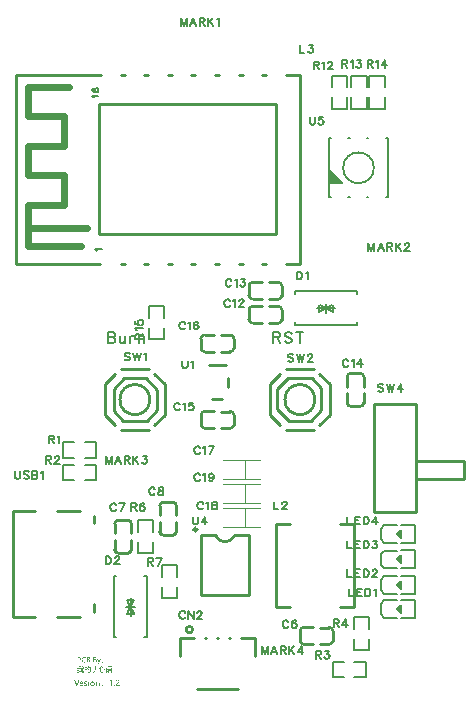
<source format=gto>
G04 Layer: TopSilkscreenLayer*
G04 EasyEDA Pro v2.1.64.d1969c9c.217bcf, 2024-11-09 23:40:01*
G04 Gerber Generator version 0.3*
G04 Scale: 100 percent, Rotated: No, Reflected: No*
G04 Dimensions in millimeters*
G04 Leading zeros omitted, absolute positions, 3 integers and 5 decimals*
%FSLAX35Y35*%
%MOMM*%
%ADD10C,0.2032*%
%ADD11C,0.1524*%
%ADD12C,0.254*%
%ADD13C,0.14986*%
%ADD14C,0.6*%
%ADD15C,0.127*%
%ADD16C,0.2064*%
%ADD17C,0.2*%
%ADD18C,0.08001*%
G75*


G04 Text Start*
G36*
G01X-623672Y-5251806D02*
G01X-627126Y-5252009D01*
G01X-628040Y-5252212D01*
G01X-628853Y-5252263D01*
G01X-629768Y-5252568D01*
G01X-630885Y-5252822D01*
G01X-632511Y-5253380D01*
G01X-633222Y-5253634D01*
G01X-634848Y-5254447D01*
G01X-635762Y-5255006D01*
G01X-636524Y-5255463D01*
G01X-637032Y-5255819D01*
G01X-637794Y-5256378D01*
G01X-638404Y-5256987D01*
G01X-639318Y-5257749D01*
G01X-640690Y-5259121D01*
G01X-642061Y-5260746D01*
G01X-642417Y-5261305D01*
G01X-642874Y-5261915D01*
G01X-643433Y-5262829D01*
G01X-643890Y-5263744D01*
G01X-644246Y-5264353D01*
G01X-644754Y-5265623D01*
G01X-645058Y-5266182D01*
G01X-645211Y-5266842D01*
G01X-645770Y-5268671D01*
G01X-646125Y-5270449D01*
G01X-646328Y-5271211D01*
G01X-646430Y-5272176D01*
G01X-646481Y-5272989D01*
G01X-646684Y-5273751D01*
G01X-646786Y-5276393D01*
G01X-646684Y-5278831D01*
G01X-646481Y-5279746D01*
G01X-646430Y-5280812D01*
G01X-646227Y-5281625D01*
G01X-646074Y-5282387D01*
G01X-645973Y-5282997D01*
G01X-645617Y-5284267D01*
G01X-645312Y-5285080D01*
G01X-644601Y-5286908D01*
G01X-644246Y-5287670D01*
G01X-643941Y-5288077D01*
G01X-643687Y-5288636D01*
G01X-643331Y-5289296D01*
G01X-642772Y-5290109D01*
G01X-642163Y-5291023D01*
G01X-641604Y-5291633D01*
G01X-639318Y-5293919D01*
G01X-638759Y-5294376D01*
G01X-638251Y-5294732D01*
G01X-637794Y-5295087D01*
G01X-637235Y-5295443D01*
G01X-635965Y-5296205D01*
G01X-634492Y-5296916D01*
G01X-633070Y-5297475D01*
G01X-632257Y-5297729D01*
G01X-631342Y-5298034D01*
G01X-630428Y-5298186D01*
G01X-629615Y-5298288D01*
G01X-628853Y-5298440D01*
G01X-627685Y-5298542D01*
G01X-626872Y-5298643D01*
G01X-625348Y-5298745D01*
G01X-623621Y-5298643D01*
G01X-620674Y-5298440D01*
G01X-619963Y-5298288D01*
G01X-619150Y-5298186D01*
G01X-618490Y-5298084D01*
G01X-617576Y-5297830D01*
G01X-616610Y-5297576D01*
G01X-615340Y-5297170D01*
G01X-613410Y-5296357D01*
G01X-612953Y-5296103D01*
G01X-612699Y-5295392D01*
G01X-612597Y-5292750D01*
G01X-612648Y-5291226D01*
G01X-612851Y-5290668D01*
G01X-613410Y-5290718D01*
G01X-615239Y-5291633D01*
G01X-616255Y-5291988D01*
G01X-617423Y-5292395D01*
G01X-618338Y-5292649D01*
G01X-620522Y-5293004D01*
G01X-621436Y-5293208D01*
G01X-624688Y-5293258D01*
G01X-627583Y-5293208D01*
G01X-629209Y-5292852D01*
G01X-629869Y-5292649D01*
G01X-630580Y-5292395D01*
G01X-631850Y-5291836D01*
G01X-632663Y-5291379D01*
G01X-633425Y-5290922D01*
G01X-633984Y-5290566D01*
G01X-634695Y-5290007D01*
G01X-636676Y-5288026D01*
G01X-637032Y-5287569D01*
G01X-637337Y-5287112D01*
G01X-637692Y-5286553D01*
G01X-638048Y-5285943D01*
G01X-638759Y-5284470D01*
G01X-639166Y-5283657D01*
G01X-639674Y-5282032D01*
G01X-639978Y-5280812D01*
G01X-640131Y-5279542D01*
G01X-640334Y-5278628D01*
G01X-640486Y-5275732D01*
G01Y-5275174D01*
G01X-640334Y-5272278D01*
G01X-640131Y-5271364D01*
G01X-639978Y-5270195D01*
G01X-639674Y-5269281D01*
G01X-639521Y-5268570D01*
G01X-639318Y-5267909D01*
G01X-638505Y-5266030D01*
G01X-638251Y-5265471D01*
G01X-637845Y-5264810D01*
G01X-637438Y-5264201D01*
G01X-637032Y-5263744D01*
G01X-636778Y-5263286D01*
G01X-636067Y-5262372D01*
G01X-635610Y-5261915D01*
G01X-635051Y-5261458D01*
G01X-634594Y-5261000D01*
G01X-633984Y-5260442D01*
G01X-632663Y-5259578D01*
G01X-631800Y-5259019D01*
G01X-630936Y-5258664D01*
G01X-630428Y-5258359D01*
G01X-629666Y-5258105D01*
G01X-628802Y-5257851D01*
G01X-627685Y-5257546D01*
G01X-626669Y-5257394D01*
G01X-625602Y-5257190D01*
G01X-622706Y-5257089D01*
G01X-620319Y-5257190D01*
G01X-618490Y-5257546D01*
G01X-617677Y-5257749D01*
G01X-616763Y-5258003D01*
G01X-616052Y-5258257D01*
G01X-615391Y-5258460D01*
G01X-614680Y-5258714D01*
G01X-613258Y-5259476D01*
G01X-612800Y-5259629D01*
G01X-612699Y-5259172D01*
G01X-612597Y-5256276D01*
G01Y-5253838D01*
G01X-613054Y-5253533D01*
G01X-613969Y-5253177D01*
G01X-614680Y-5252923D01*
G01X-615340Y-5252720D01*
G01X-615950Y-5252669D01*
G01X-617423Y-5252263D01*
G01X-619049Y-5252110D01*
G01X-619963Y-5251907D01*
G37*
G36*
G01X-603707Y-5252568D02*
G01X-603707Y-5257648D01*
G01X-597713D01*
G01X-593852D01*
G01X-589788Y-5257749D01*
G01X-588518Y-5257902D01*
G01X-587604Y-5258206D01*
G01X-586486Y-5258664D01*
G01X-585673Y-5259121D01*
G01X-585165Y-5259578D01*
G01X-584708Y-5259984D01*
G01X-584302Y-5260442D01*
G01X-584048Y-5261000D01*
G01X-583692Y-5261813D01*
G01X-583489Y-5262728D01*
G01X-583438Y-5263388D01*
G01X-583336Y-5264455D01*
G01X-583438Y-5265572D01*
G01X-583590Y-5266385D01*
G01X-583844Y-5267198D01*
G01X-584403Y-5268265D01*
G01X-584759Y-5268824D01*
G01X-585673Y-5269738D01*
G01X-586232Y-5270195D01*
G01X-586892Y-5270551D01*
G01X-587604Y-5270906D01*
G01X-588416Y-5271262D01*
G01X-589483Y-5271567D01*
G01X-590499Y-5271719D01*
G01X-594157Y-5271821D01*
G01X-597611Y-5271719D01*
G01X-597713Y-5264658D01*
G01Y-5257648D01*
G01X-603707D01*
G01Y-5276901D01*
G01X-597713D01*
G01X-593852D01*
G01X-589788Y-5277002D01*
G01X-588162Y-5277206D01*
G01X-587248Y-5277358D01*
G01X-586232Y-5277663D01*
G01X-585521Y-5277917D01*
G01X-584860Y-5278171D01*
G01X-584149Y-5278628D01*
G01X-583235Y-5279288D01*
G01X-582574Y-5280000D01*
G01X-582117Y-5280762D01*
G01X-581711Y-5281625D01*
G01X-581406Y-5282641D01*
G01X-581254Y-5283556D01*
G01X-581152Y-5285080D01*
G01X-581254Y-5286451D01*
G01X-581406Y-5287264D01*
G01X-581711Y-5288077D01*
G01X-582066Y-5288839D01*
G01X-582524Y-5289448D01*
G01X-583235Y-5290363D01*
G01X-583946Y-5290922D01*
G01X-584860Y-5291480D01*
G01X-585572Y-5291836D01*
G01X-586435Y-5292192D01*
G01X-587604Y-5292446D01*
G01X-588670Y-5292649D01*
G01X-593344Y-5292750D01*
G01X-597611Y-5292649D01*
G01X-597713Y-5284724D01*
G01Y-5276901D01*
G01X-603707D01*
G01Y-5297830D01*
G01X-595427D01*
G01X-586892Y-5297729D01*
G01X-585876Y-5297576D01*
G01X-584759Y-5297272D01*
G01X-583844Y-5297018D01*
G01X-583032Y-5296713D01*
G01X-582219Y-5296357D01*
G01X-581508Y-5296002D01*
G01X-580949Y-5295646D01*
G01X-580238Y-5295189D01*
G01X-579577Y-5294732D01*
G01X-579120Y-5294274D01*
G01X-578663Y-5293919D01*
G01X-578155Y-5293360D01*
G01X-577596Y-5292750D01*
G01X-577139Y-5292192D01*
G01X-576682Y-5291480D01*
G01X-576224Y-5290668D01*
G01X-575513Y-5288940D01*
G01X-575208Y-5287721D01*
G01X-575056Y-5286807D01*
G01X-574954Y-5284622D01*
G01X-575056Y-5282489D01*
G01X-575208Y-5281625D01*
G01X-575513Y-5280762D01*
G01X-575869Y-5279898D01*
G01X-576224Y-5279187D01*
G01X-576682Y-5278476D01*
G01X-577240Y-5277815D01*
G01X-577952Y-5276901D01*
G01X-578663Y-5276393D01*
G01X-579526Y-5275732D01*
G01X-580339Y-5275275D01*
G01X-581050Y-5274920D01*
G01X-581863Y-5274564D01*
G01X-583032Y-5274208D01*
G01X-584251Y-5273904D01*
G01X-584606Y-5273802D01*
G01X-584708Y-5273650D01*
G01X-584251Y-5273396D01*
G01X-583590Y-5273091D01*
G01X-582879Y-5272735D01*
G01X-582066Y-5272278D01*
G01X-581406Y-5271821D01*
G01X-580492Y-5271110D01*
G01X-579425Y-5269840D01*
G01X-579069Y-5269382D01*
G01X-578663Y-5268722D01*
G01X-577850Y-5267096D01*
G01X-577596Y-5266284D01*
G01X-577393Y-5265572D01*
G01X-577240Y-5264658D01*
G01X-577139Y-5262575D01*
G01X-577240Y-5260848D01*
G01X-577494Y-5259934D01*
G01X-577850Y-5258816D01*
G01X-578307Y-5258003D01*
G01X-578764Y-5257394D01*
G01X-579323Y-5256632D01*
G01X-579984Y-5256022D01*
G01X-580847Y-5255260D01*
G01X-581508Y-5254803D01*
G01X-582320Y-5254396D01*
G01X-583032Y-5253990D01*
G01X-583844Y-5253634D01*
G01X-584708Y-5253380D01*
G01X-585572Y-5253076D01*
G01X-587045Y-5252822D01*
G01X-588518Y-5252669D01*
G01X-596392Y-5252568D01*
G37*
G36*
G01X-548234Y-5252568D02*
G01X-548234Y-5257648D01*
G01X-542239D01*
G01X-538429D01*
G01X-534314Y-5257749D01*
G01X-533044Y-5257902D01*
G01X-532232Y-5258206D01*
G01X-531216Y-5258562D01*
G01X-530301Y-5259121D01*
G01X-529590Y-5259629D01*
G01X-529234Y-5260086D01*
G01X-528980Y-5260543D01*
G01X-528574Y-5261204D01*
G01X-528218Y-5262270D01*
G01X-528066Y-5264353D01*
G01X-528117Y-5266080D01*
G01X-528422Y-5266944D01*
G01X-528777Y-5267808D01*
G01X-529336Y-5268671D01*
G01X-529844Y-5269382D01*
G01X-530403Y-5269840D01*
G01X-530962Y-5270195D01*
G01X-531622Y-5270652D01*
G01X-532587Y-5271110D01*
G01X-533705Y-5271465D01*
G01X-534619Y-5271668D01*
G01X-535229Y-5271719D01*
G01X-538785Y-5271821D01*
G01X-542138Y-5271719D01*
G01X-542239Y-5264658D01*
G01Y-5257648D01*
G01X-548234D01*
G01Y-5276901D01*
G01X-542239D01*
G01X-538429D01*
G01X-534314Y-5277002D01*
G01X-532689Y-5277206D01*
G01X-531876Y-5277358D01*
G01X-530962Y-5277663D01*
G01X-530250Y-5277917D01*
G01X-529590Y-5278171D01*
G01X-528980Y-5278577D01*
G01X-528117Y-5279085D01*
G01X-527507Y-5279746D01*
G01X-527152Y-5280203D01*
G01X-526796Y-5280762D01*
G01X-526390Y-5281473D01*
G01X-526034Y-5282489D01*
G01X-525882Y-5283657D01*
G01X-525780Y-5284470D01*
G01Y-5285537D01*
G01X-525983Y-5286908D01*
G01X-526237Y-5287823D01*
G01X-526593Y-5288636D01*
G01X-526948Y-5289296D01*
G01X-527304Y-5289753D01*
G01X-528218Y-5290668D01*
G01X-528777Y-5291125D01*
G01X-529438Y-5291480D01*
G01X-530149Y-5291836D01*
G01X-531165Y-5292192D01*
G01X-532333Y-5292446D01*
G01X-533248Y-5292649D01*
G01X-537769Y-5292750D01*
G01X-542138Y-5292649D01*
G01X-542239Y-5284724D01*
G01Y-5276901D01*
G01X-548234D01*
G01Y-5297830D01*
G01X-540055D01*
G01X-531622Y-5297729D01*
G01X-530301Y-5297576D01*
G01X-529438Y-5297272D01*
G01X-528218Y-5296916D01*
G01X-527253Y-5296560D01*
G01X-526491Y-5296205D01*
G01X-525882Y-5295849D01*
G01X-525120Y-5295392D01*
G01X-524510Y-5294935D01*
G01X-523799Y-5294376D01*
G01X-522681Y-5293258D01*
G01X-522122Y-5292649D01*
G01X-521665Y-5291988D01*
G01X-521310Y-5291480D01*
G01X-520954Y-5290820D01*
G01X-520598Y-5290109D01*
G01X-520243Y-5289093D01*
G01X-519938Y-5288077D01*
G01X-519786Y-5287213D01*
G01X-519582Y-5286096D01*
G01X-519481Y-5284470D01*
G01X-519582Y-5283200D01*
G01X-519786Y-5281930D01*
G01X-520040Y-5281117D01*
G01X-520395Y-5280101D01*
G01X-520802Y-5279390D01*
G01X-521208Y-5278628D01*
G01X-521868Y-5277714D01*
G01X-522935Y-5276647D01*
G01X-523494Y-5276190D01*
G01X-524612Y-5275478D01*
G01X-525221Y-5275123D01*
G01X-526034Y-5274716D01*
G01X-527710Y-5274208D01*
G01X-528879Y-5273904D01*
G01X-529336Y-5273802D01*
G01X-529438Y-5273650D01*
G01X-528879Y-5273396D01*
G01X-528117Y-5273091D01*
G01X-526847Y-5272380D01*
G01X-526339Y-5272024D01*
G01X-525577Y-5271465D01*
G01X-524510Y-5270398D01*
G01X-524053Y-5269840D01*
G01X-523697Y-5269281D01*
G01X-523240Y-5268671D01*
G01X-522783Y-5267757D01*
G01X-522427Y-5266842D01*
G01X-522122Y-5265928D01*
G01X-521970Y-5265014D01*
G01X-521767Y-5263896D01*
G01X-521665Y-5262575D01*
G01X-521767Y-5261559D01*
G01X-521970Y-5260645D01*
G01X-522224Y-5259629D01*
G01X-522529Y-5258918D01*
G01X-522884Y-5258206D01*
G01X-523392Y-5257394D01*
G01X-523951Y-5256733D01*
G01X-525323Y-5255362D01*
G01X-525780Y-5255006D01*
G01X-526390Y-5254650D01*
G01X-527253Y-5254193D01*
G01X-528066Y-5253838D01*
G01X-528980Y-5253482D01*
G01X-530149Y-5253076D01*
G01X-531622Y-5252822D01*
G01X-533044Y-5252669D01*
G01X-540969Y-5252568D01*
G37*
G36*
G01X-680618Y-5252568D02*
G01X-680618Y-5257648D01*
G01X-674573D01*
G01X-670763D01*
G01X-666699Y-5257749D01*
G01X-665226Y-5257902D01*
G01X-664413Y-5258105D01*
G01X-663499Y-5258359D01*
G01X-662686Y-5258714D01*
G01X-661975Y-5259121D01*
G01X-661416Y-5259476D01*
G01X-660705Y-5259984D01*
G01X-660044Y-5260746D01*
G01X-659689Y-5261305D01*
G01X-659333Y-5261915D01*
G01X-658978Y-5262626D01*
G01X-658673Y-5263540D01*
G01X-658520Y-5264455D01*
G01X-658317Y-5265928D01*
G01X-658216Y-5266741D01*
G01X-658317Y-5267554D01*
G01X-658520Y-5269027D01*
G01X-658774Y-5269941D01*
G01X-659130Y-5270805D01*
G01X-659486Y-5271567D01*
G01X-659943Y-5272176D01*
G01X-660400Y-5272735D01*
G01X-660959Y-5273294D01*
G01X-661518Y-5273751D01*
G01X-661975Y-5274107D01*
G01X-662483Y-5274361D01*
G01X-663346Y-5274716D01*
G01X-664210Y-5275123D01*
G01X-665328Y-5275377D01*
G01X-666344Y-5275580D01*
G01X-667614Y-5275732D01*
G01X-671119Y-5275834D01*
G01X-674522Y-5275732D01*
G01X-674573Y-5266639D01*
G01Y-5257648D01*
G01X-680618D01*
G01Y-5297830D01*
G01X-674573D01*
G01Y-5280914D01*
G01X-670154D01*
G01X-665429Y-5280812D01*
G01X-664159Y-5280660D01*
G01X-663346Y-5280457D01*
G01X-662432Y-5280203D01*
G01X-661619Y-5279898D01*
G01X-660857Y-5279644D01*
G01X-659435Y-5278933D01*
G01X-658673Y-5278476D01*
G01X-657758Y-5277815D01*
G01X-657047Y-5277307D01*
G01X-655218Y-5275478D01*
G01X-654863Y-5275021D01*
G01X-654609Y-5274564D01*
G01X-654152Y-5273904D01*
G01X-653339Y-5272278D01*
G01X-652983Y-5271465D01*
G01X-652577Y-5270297D01*
G01X-652323Y-5269027D01*
G01X-652120Y-5267757D01*
G01X-652069Y-5265725D01*
G01X-652120Y-5264099D01*
G01X-652323Y-5262829D01*
G01X-652526Y-5262016D01*
G01X-652780Y-5261102D01*
G01X-653136Y-5260188D01*
G01X-653491Y-5259375D01*
G01X-653847Y-5258714D01*
G01X-654406Y-5257902D01*
G01X-655117Y-5256987D01*
G01X-655777Y-5256378D01*
G01X-656488Y-5255819D01*
G01X-657301Y-5255209D01*
G01X-658165Y-5254752D01*
G01X-659587Y-5253990D01*
G01X-660400Y-5253634D01*
G01X-661314Y-5253380D01*
G01X-662127Y-5253177D01*
G01X-663956Y-5252822D01*
G01X-665582Y-5252669D01*
G01X-673252Y-5252568D01*
G37*
G36*
G01X-470052Y-5264912D02*
G01X-471119Y-5265115D01*
G01X-471983Y-5265572D01*
G01X-472592Y-5266182D01*
G01X-472948Y-5266842D01*
G01X-473304Y-5267757D01*
G01X-473507Y-5268722D01*
G01X-473405Y-5269382D01*
G01X-473151Y-5270094D01*
G01X-472694Y-5270754D01*
G01X-472237Y-5271211D01*
G01X-471576Y-5271668D01*
G01X-470865Y-5272024D01*
G01X-469595Y-5272176D01*
G01X-468224Y-5272024D01*
G01X-467512Y-5271668D01*
G01X-466954Y-5271211D01*
G01X-466598Y-5270754D01*
G01X-466242Y-5270094D01*
G01X-465938Y-5269382D01*
G01X-465887Y-5268265D01*
G01X-466141Y-5266995D01*
G01X-466598Y-5266284D01*
G01X-467055Y-5265826D01*
G01X-467665Y-5265369D01*
G01X-468681Y-5265014D01*
G37*
G36*
G01X-513029Y-5265471D02*
G01X-515874Y-5265623D01*
G01Y-5266182D01*
G01X-515518Y-5267096D01*
G01X-515163Y-5267909D01*
G01X-514604Y-5269382D01*
G01X-514299Y-5269992D01*
G01X-514045Y-5270754D01*
G01X-513690Y-5271668D01*
G01X-513334Y-5272634D01*
G01X-512978Y-5273548D01*
G01X-512674Y-5274259D01*
G01X-512420Y-5274920D01*
G01X-511302Y-5277663D01*
G01X-510946Y-5278628D01*
G01X-510591Y-5279542D01*
G01X-510235Y-5280355D01*
G01X-509676Y-5281828D01*
G01X-508965Y-5283657D01*
G01X-508406Y-5285080D01*
G01X-508051Y-5285943D01*
G01X-507797Y-5286756D01*
G01X-507238Y-5288026D01*
G01X-506425Y-5290210D01*
G01X-505663Y-5291988D01*
G01X-505409Y-5292750D01*
G01X-504850Y-5294020D01*
G01X-504038Y-5296205D01*
G01X-503682Y-5297119D01*
G01X-503530Y-5298034D01*
G01X-503682Y-5298745D01*
G01X-504038Y-5299659D01*
G01X-504393Y-5300472D01*
G01X-505257Y-5302352D01*
G01X-505968Y-5304028D01*
G01X-506222Y-5304638D01*
G01X-507136Y-5306111D01*
G01X-507594Y-5306568D01*
G01X-508051Y-5306924D01*
G01X-508711Y-5307381D01*
G01X-509575Y-5307838D01*
G01X-510692Y-5308092D01*
G01X-512420Y-5308194D01*
G01X-513791Y-5308092D01*
G01X-514502Y-5307940D01*
G01X-514960Y-5307838D01*
G01Y-5310175D01*
G01X-514858Y-5312004D01*
G01X-514604Y-5312715D01*
G01X-513893Y-5312918D01*
G01X-513232Y-5313121D01*
G01X-511302Y-5313274D01*
G01X-509321Y-5313121D01*
G01X-508406Y-5312816D01*
G01X-507594Y-5312562D01*
G01X-506882Y-5312207D01*
G01X-506070Y-5311750D01*
G01X-505409Y-5311292D01*
G01X-504495Y-5310530D01*
G01X-503936Y-5310022D01*
G01X-503326Y-5309210D01*
G01X-502768Y-5308549D01*
G01X-502310Y-5307940D01*
G01X-501802Y-5307076D01*
G01X-500888Y-5305450D01*
G01X-500482Y-5304739D01*
G01X-500228Y-5304079D01*
G01X-499974Y-5303571D01*
G01X-499669Y-5302910D01*
G01X-498958Y-5301082D01*
G01X-498399Y-5299659D01*
G01X-498043Y-5298846D01*
G01X-497688Y-5297830D01*
G01X-496976Y-5296002D01*
G01X-496621Y-5294986D01*
G01X-496214Y-5294122D01*
G01X-495503Y-5292395D01*
G01X-495148Y-5291379D01*
G01X-494436Y-5289550D01*
G01X-493878Y-5288077D01*
G01X-493522Y-5287264D01*
G01X-493166Y-5286350D01*
G01X-492760Y-5285384D01*
G01X-492404Y-5284470D01*
G01X-492049Y-5283454D01*
G01X-491693Y-5282641D01*
G01X-491439Y-5282032D01*
G01X-491134Y-5281270D01*
G01X-490779Y-5280355D01*
G01X-490423Y-5279390D01*
G01X-490068Y-5278476D01*
G01X-489509Y-5277002D01*
G01X-489153Y-5276190D01*
G01X-488391Y-5274361D01*
G01X-487883Y-5272938D01*
G01X-487528Y-5272126D01*
G01X-487223Y-5271262D01*
G01X-486664Y-5269992D01*
G01X-485851Y-5267808D01*
G01X-485140Y-5266080D01*
G01X-485089Y-5265826D01*
G01X-485242Y-5265623D01*
G01X-488036Y-5265471D01*
G01X-490017Y-5265572D01*
G01X-490880Y-5265826D01*
G01X-491236Y-5266639D01*
G01X-491795Y-5268112D01*
G01X-492049Y-5268925D01*
G01X-492303Y-5269636D01*
G01X-492506Y-5270297D01*
G01X-492760Y-5271008D01*
G01X-493166Y-5272024D01*
G01X-493522Y-5272938D01*
G01X-493776Y-5273650D01*
G01X-494233Y-5275021D01*
G01X-494589Y-5275986D01*
G01X-494944Y-5276901D01*
G01X-495249Y-5277663D01*
G01X-495402Y-5278272D01*
G01X-495706Y-5279034D01*
G01X-496062Y-5280000D01*
G01X-496316Y-5280812D01*
G01X-497129Y-5282997D01*
G01X-497484Y-5284013D01*
G01X-497891Y-5284927D01*
G01X-498145Y-5285638D01*
G01X-498348Y-5286299D01*
G01X-498602Y-5287010D01*
G01X-498958Y-5288026D01*
G01X-499212Y-5288839D01*
G01X-499516Y-5289448D01*
G01X-499770Y-5290363D01*
G01X-500075Y-5291176D01*
G01X-500228Y-5291836D01*
G01X-500278Y-5292090D01*
G01X-500431D01*
G01X-500685Y-5291531D01*
G01X-500939Y-5290718D01*
G01X-501142Y-5290007D01*
G01X-501345Y-5289398D01*
G01X-502158Y-5287213D01*
G01X-502971Y-5284724D01*
G01X-503225Y-5284013D01*
G01X-503428Y-5283352D01*
G01X-503682Y-5282641D01*
G01X-504038Y-5281574D01*
G01X-504393Y-5280558D01*
G01X-504698Y-5279847D01*
G01X-504850Y-5279187D01*
G01X-505155Y-5278476D01*
G01X-505511Y-5277358D01*
G01X-505866Y-5276393D01*
G01X-506425Y-5274716D01*
G01X-506781Y-5273853D01*
G01X-507797Y-5270805D01*
G01X-508051Y-5270094D01*
G01X-508305Y-5269281D01*
G01X-509118Y-5267096D01*
G01X-509575Y-5265877D01*
G01X-509981Y-5265623D01*
G37*
G36*
G01X-469849Y-5291277D02*
G01X-471119Y-5291480D01*
G01X-471780Y-5291836D01*
G01X-472694Y-5292750D01*
G01X-473050Y-5293258D01*
G01X-473253Y-5293919D01*
G01X-473405Y-5294630D01*
G01Y-5295646D01*
G01X-473151Y-5296459D01*
G01X-472694Y-5297170D01*
G01X-472034Y-5297830D01*
G01X-471424Y-5298186D01*
G01X-470967Y-5298440D01*
G01X-469595Y-5298542D01*
G01X-468579Y-5298491D01*
G01X-467970Y-5298288D01*
G01X-467258Y-5297830D01*
G01X-466801Y-5297373D01*
G01X-466395Y-5296916D01*
G01X-466039Y-5296205D01*
G01X-465887Y-5294732D01*
G01X-466039Y-5293563D01*
G01X-466395Y-5292903D01*
G01X-466852Y-5292395D01*
G01X-467309Y-5291988D01*
G01X-467970Y-5291633D01*
G01X-468681Y-5291379D01*
G37*
G36*
G01X-477774Y-5327396D02*
G01X-478434Y-5327650D01*
G01X-478892Y-5327904D01*
G01X-481076Y-5329022D01*
G01X-481330Y-5329326D01*
G01Y-5329733D01*
G01X-480974Y-5330393D01*
G01X-480619Y-5330901D01*
G01X-479704Y-5332578D01*
G01X-479349Y-5333187D01*
G01X-478942Y-5333898D01*
G01X-478587Y-5334559D01*
G01X-478333Y-5335016D01*
G01X-474066Y-5343550D01*
G01X-473304Y-5345176D01*
G01X-472846Y-5345989D01*
G01X-472592Y-5346243D01*
G01X-472237Y-5346192D01*
G01X-470611Y-5345278D01*
G01X-469951Y-5344922D01*
G01X-469240Y-5344566D01*
G01X-468427Y-5344008D01*
G01X-468173Y-5343652D01*
G01X-468224Y-5343398D01*
G01X-468579Y-5342636D01*
G01X-468986Y-5342026D01*
G01X-469240Y-5341569D01*
G01X-469849Y-5340299D01*
G01X-470764Y-5338623D01*
G01X-471119Y-5338013D01*
G01X-471424Y-5337556D01*
G01X-471678Y-5336997D01*
G01X-473507Y-5333848D01*
G01X-473964Y-5333086D01*
G01X-474675Y-5331816D01*
G01X-475132Y-5331003D01*
G01X-476250Y-5329123D01*
G01X-476707Y-5328463D01*
G01X-477164Y-5327650D01*
G01X-477368Y-5327396D01*
G37*
G36*
G01X-589686Y-5327802D02*
G01X-590245Y-5327904D01*
G01X-590499Y-5328564D01*
G01X-591058Y-5330190D01*
G01X-591871Y-5332933D01*
G01X-592125Y-5333746D01*
G01X-592430Y-5334457D01*
G01X-592684Y-5335118D01*
G01X-592938Y-5335829D01*
G01X-594055Y-5338572D01*
G01X-594309Y-5339385D01*
G01X-594614Y-5339994D01*
G01X-594970Y-5340756D01*
G01X-595325Y-5341569D01*
G01X-596036Y-5342992D01*
G01X-596798Y-5344668D01*
G01X-597713Y-5346294D01*
G01X-598780Y-5348173D01*
G01X-599135Y-5348732D01*
G01X-599338Y-5349291D01*
G01X-598983Y-5349646D01*
G01X-597510Y-5350358D01*
G01X-595884Y-5351272D01*
G01X-595528Y-5351323D01*
G01X-595224Y-5351018D01*
G01X-594665Y-5350205D01*
G01X-594208Y-5349392D01*
G01X-593496Y-5348122D01*
G01X-592582Y-5346446D01*
G01X-590855Y-5342992D01*
G01X-590499Y-5342179D01*
G01X-590347Y-5341874D01*
G01X-590042Y-5341722D01*
G01X-589432D01*
G01X-582219Y-5341823D01*
G01X-575056Y-5341722D01*
G01X-574802Y-5341772D01*
G01X-574700Y-5342077D01*
G01X-574599Y-5345379D01*
G01X-574700Y-5348478D01*
G01X-574853Y-5359552D01*
G01X-575056Y-5363718D01*
G01X-575208Y-5369916D01*
G01X-575412Y-5372100D01*
G01X-575513Y-5373624D01*
G01X-575666Y-5375300D01*
G01X-575869Y-5376012D01*
G01X-576072Y-5376621D01*
G01X-576428Y-5377282D01*
G01X-576783Y-5377840D01*
G01X-577139Y-5378196D01*
G01X-577799Y-5378653D01*
G01X-578663Y-5379110D01*
G01X-579577Y-5379263D01*
G01X-580339Y-5379364D01*
G01X-582778Y-5379466D01*
G01X-585216Y-5379364D01*
G01X-588670Y-5379212D01*
G01X-589585Y-5379009D01*
G01X-590855Y-5378907D01*
G01X-591668Y-5378806D01*
G01X-591871Y-5378856D01*
G01X-591972Y-5379212D01*
G01Y-5379923D01*
G01X-591769Y-5380634D01*
G01X-591617Y-5381752D01*
G01X-591414Y-5382666D01*
G01X-591312Y-5383276D01*
G01X-591058Y-5383835D01*
G01X-590042Y-5383987D01*
G01X-589026Y-5384089D01*
G01X-585876Y-5384190D01*
G01X-582879Y-5384292D01*
G01X-581304Y-5384394D01*
G01X-579577Y-5384292D01*
G01X-578409Y-5384190D01*
G01X-577139Y-5383987D01*
G01X-575513Y-5383479D01*
G01X-574802Y-5383124D01*
G01X-573938Y-5382565D01*
G01X-572872Y-5381447D01*
G01X-572313Y-5380838D01*
G01X-571500Y-5379212D01*
G01X-571246Y-5378450D01*
G01X-571043Y-5377739D01*
G01X-570687Y-5375910D01*
G01X-570484Y-5372303D01*
G01X-570332Y-5370119D01*
G01X-570128Y-5362448D01*
G01X-569976Y-5359552D01*
G01X-569773Y-5349392D01*
G01X-569620Y-5346446D01*
G01X-569519Y-5341722D01*
G01Y-5337302D01*
G01X-588213D01*
G01X-588162Y-5336743D01*
G01X-587858Y-5335930D01*
G01X-587299Y-5334457D01*
G01X-587045Y-5333848D01*
G01X-586892Y-5333187D01*
G01X-586588Y-5332476D01*
G01X-586232Y-5331562D01*
G01X-585978Y-5330749D01*
G01X-585775Y-5330088D01*
G01X-585521Y-5329479D01*
G01X-585419Y-5329123D01*
G01X-585572Y-5328920D01*
G01X-586486Y-5328666D01*
G01X-587502Y-5328361D01*
G37*
G36*
G01X-612851Y-5327904D02*
G01X-613512Y-5328006D01*
G01X-613766Y-5328564D01*
G01X-614223Y-5329936D01*
G01X-614528Y-5330749D01*
G01X-614782Y-5331460D01*
G01X-615036Y-5332273D01*
G01X-615340Y-5333035D01*
G01X-615594Y-5333644D01*
G01X-616407Y-5335829D01*
G01X-616763Y-5336743D01*
G01X-616966Y-5337302D01*
G01X-622757D01*
G01X-622859Y-5337759D01*
G01Y-5341823D01*
G01X-618236D01*
G01X-605130D01*
G01Y-5355844D01*
G01X-618236D01*
G01Y-5341823D01*
G01X-622859D01*
G01X-622960Y-5361280D01*
G01X-622910Y-5367630D01*
G01X-618236D01*
G01Y-5360365D01*
G01X-611937D01*
G01X-605485Y-5360264D01*
G01X-605333Y-5360314D01*
G01X-605231Y-5360670D01*
G01X-605130Y-5368087D01*
G01Y-5375097D01*
G01X-611581D01*
G01X-618134Y-5374996D01*
G01X-618236Y-5367630D01*
G01X-622910D01*
G01X-622859Y-5384444D01*
G01X-620573Y-5384546D01*
G01X-618439D01*
G01X-618338Y-5383936D01*
G01X-618236Y-5381447D01*
G01Y-5379669D01*
G01X-611937D01*
G01X-605485Y-5379568D01*
G01X-605333Y-5379618D01*
G01X-605231Y-5379923D01*
G01X-605130Y-5382209D01*
G01Y-5383987D01*
G01X-604520Y-5384089D01*
G01X-602234Y-5384190D01*
G01X-600608D01*
G01X-600507Y-5383733D01*
G01X-600405Y-5360365D01*
G01Y-5337454D01*
G01X-600862Y-5337353D01*
G01X-606603Y-5337302D01*
G01X-611886D01*
G01X-611784Y-5336743D01*
G01X-611530Y-5335930D01*
G01X-611226Y-5335372D01*
G01X-610972Y-5334762D01*
G01X-610616Y-5333848D01*
G01X-610159Y-5332832D01*
G01X-609803Y-5332019D01*
G01X-609498Y-5331308D01*
G01X-608787Y-5329479D01*
G01X-608584Y-5329123D01*
G37*
G36*
G01X-654050Y-5328006D02*
G01X-654050Y-5329123D01*
G01X-653948Y-5330444D01*
G01X-653796Y-5335727D01*
G01X-653593Y-5337912D01*
G01X-653390Y-5342636D01*
G01X-653237Y-5344668D01*
G01X-653339Y-5345125D01*
G01X-660756Y-5345278D01*
G01X-668071D01*
G01X-668122Y-5344668D01*
G01X-668223Y-5340198D01*
G01X-668071Y-5336083D01*
G01X-667410Y-5335727D01*
G01X-666496Y-5335626D01*
G01X-665785Y-5335575D01*
G01X-665074Y-5335372D01*
G01X-664159Y-5335270D01*
G01X-663397Y-5335168D01*
G01X-662686Y-5335016D01*
G01X-661772Y-5334914D01*
G01X-660959Y-5334762D01*
G01X-659892Y-5334559D01*
G01X-658876Y-5334356D01*
G01X-658317Y-5334102D01*
G01X-658165Y-5333898D01*
G01X-658216Y-5333390D01*
G01X-658978Y-5330850D01*
G01X-659435Y-5329834D01*
G01X-659740Y-5329580D01*
G01X-660248Y-5329530D01*
G01X-661060Y-5329733D01*
G01X-662330Y-5329936D01*
G01X-663042Y-5330088D01*
G01X-664159Y-5330292D01*
G01X-665074Y-5330444D01*
G01X-666496Y-5330647D01*
G01X-667258Y-5330850D01*
G01X-668122Y-5330901D01*
G01X-668884Y-5331003D01*
G01X-669595Y-5331206D01*
G01X-670408Y-5331308D01*
G01X-672338Y-5331562D01*
G01X-673964Y-5331714D01*
G01X-674878Y-5331917D01*
G01X-676046Y-5332019D01*
G01X-676859Y-5332120D01*
G01X-677977Y-5332273D01*
G01X-679348Y-5332374D01*
G01X-680161Y-5332476D01*
G01X-681431Y-5332628D01*
G01X-682600Y-5332730D01*
G01X-683768Y-5332933D01*
G01X-684073Y-5333543D01*
G01X-683870Y-5334203D01*
G01X-683666Y-5334762D01*
G01X-683158Y-5336896D01*
G01X-682854Y-5337454D01*
G01X-682346Y-5337658D01*
G01X-681584Y-5337556D01*
G01X-679044Y-5337353D01*
G01X-678332Y-5337200D01*
G01X-677215Y-5337099D01*
G01X-676300Y-5336997D01*
G01X-675437Y-5336845D01*
G01X-674167Y-5336743D01*
G01X-673252Y-5336642D01*
G01X-673049Y-5337658D01*
G01X-672948Y-5340909D01*
G01Y-5345278D01*
G01X-685495D01*
G01X-685597Y-5345938D01*
G01X-685698Y-5347919D01*
G01X-685597Y-5348986D01*
G01X-685394Y-5349443D01*
G01X-679044Y-5349646D01*
G01X-672948D01*
G01Y-5360213D01*
G01X-673506D01*
G01X-674319Y-5360264D01*
G01X-675030Y-5360467D01*
G01X-675894Y-5360568D01*
G01X-676605Y-5360721D01*
G01X-682041Y-5361635D01*
G01X-683057Y-5361737D01*
G01X-683768Y-5361940D01*
G01X-684581Y-5361991D01*
G01X-685241Y-5362194D01*
G01X-685495Y-5362804D01*
G01X-685394Y-5363566D01*
G01X-684682Y-5366461D01*
G01X-684327Y-5367122D01*
G01X-683412Y-5367172D01*
G01X-682346Y-5367020D01*
G01X-681584Y-5366817D01*
G01X-680974Y-5366715D01*
G01X-673862Y-5365293D01*
G01X-673151Y-5365191D01*
G01X-672998Y-5366715D01*
G01X-672948Y-5371440D01*
G01X-673049Y-5378094D01*
G01X-673303Y-5378806D01*
G01X-673862Y-5379466D01*
G01X-674573Y-5379822D01*
G01X-676605Y-5380025D01*
G01X-678485Y-5379923D01*
G01X-680314Y-5379720D01*
G01X-682701Y-5379568D01*
G01X-683158D01*
G01X-683209Y-5380279D01*
G01X-683057Y-5381193D01*
G01X-682854Y-5381904D01*
G01X-682803Y-5382717D01*
G01X-682701Y-5383378D01*
G01X-682498Y-5383987D01*
G01X-682244Y-5384292D01*
G01X-681584Y-5384444D01*
G01X-680161Y-5384546D01*
G01X-679247Y-5384648D01*
G01X-676402Y-5384749D01*
G01X-673608Y-5384648D01*
G01X-672694Y-5384444D01*
G01X-671779Y-5384190D01*
G01X-671220Y-5383936D01*
G01X-670611Y-5383530D01*
G01X-669950Y-5383124D01*
G01X-669493Y-5382565D01*
G01X-669138Y-5382006D01*
G01X-668782Y-5381295D01*
G01X-668426Y-5380177D01*
G01X-668223Y-5372100D01*
G01X-668172Y-5366360D01*
G01X-667969Y-5364277D01*
G01X-666852Y-5363921D01*
G01X-665531Y-5363667D01*
G01X-664413Y-5363464D01*
G01X-658978Y-5362397D01*
G01X-658165Y-5362296D01*
G01X-657403Y-5362092D01*
G01X-656488Y-5361940D01*
G01X-656133Y-5361737D01*
G01X-655980Y-5361280D01*
G01Y-5360467D01*
G01X-656031Y-5358740D01*
G01Y-5357266D01*
G01X-656946D01*
G01X-658165Y-5357368D01*
G01X-658876Y-5357571D01*
G01X-659892Y-5357724D01*
G01X-660705Y-5357927D01*
G01X-661975Y-5358079D01*
G01X-662686Y-5358282D01*
G01X-663499Y-5358384D01*
G01X-664210Y-5358536D01*
G01X-665124Y-5358740D01*
G01X-665937Y-5358841D01*
G01X-666699Y-5358994D01*
G01X-667614Y-5359095D01*
G01X-667969Y-5358943D01*
G01X-668122Y-5358486D01*
G01X-668223Y-5354015D01*
G01X-668172Y-5351069D01*
G01X-667969Y-5349900D01*
G01X-665937Y-5349697D01*
G01X-660400Y-5349646D01*
G01X-653136D01*
G01X-652983Y-5350104D01*
G01X-652780Y-5351729D01*
G01X-652678Y-5353202D01*
G01X-652526Y-5354625D01*
G01X-652323Y-5356454D01*
G01X-652120Y-5357571D01*
G01X-651967Y-5358994D01*
G01X-651764Y-5360111D01*
G01X-651510Y-5361178D01*
G01X-651307Y-5362194D01*
G01X-651256Y-5362804D01*
G01X-651053Y-5363566D01*
G01X-650850Y-5364480D01*
G01X-650342Y-5366664D01*
G01X-650037Y-5367477D01*
G01X-649935Y-5368392D01*
G01X-650392Y-5368900D01*
G01X-650951Y-5369357D01*
G01X-651408Y-5369712D01*
G01X-652069Y-5370119D01*
G01X-652882Y-5370627D01*
G01X-653491Y-5371186D01*
G01X-654050Y-5371541D01*
G01X-654761Y-5371897D01*
G01X-656438Y-5373014D01*
G01X-657149Y-5373472D01*
G01X-658419Y-5374183D01*
G01X-659232Y-5374640D01*
G01X-660146Y-5375199D01*
G01X-660959Y-5375656D01*
G01X-663854Y-5377078D01*
G01X-664515Y-5377485D01*
G01X-664667Y-5377688D01*
G01X-664616Y-5377942D01*
G01X-664159Y-5378348D01*
G01X-663600Y-5379009D01*
G01X-662940Y-5379923D01*
G01X-662229Y-5380838D01*
G01X-661822Y-5381142D01*
G01X-661416Y-5381092D01*
G01X-660502Y-5380634D01*
G01X-659689Y-5380177D01*
G01X-658876Y-5379822D01*
G01X-658216Y-5379466D01*
G01X-657758Y-5379212D01*
G01X-657250Y-5378907D01*
G01X-656590Y-5378552D01*
G01X-655879Y-5378094D01*
G01X-654609Y-5377383D01*
G01X-653796Y-5376824D01*
G01X-652323Y-5375910D01*
G01X-651408Y-5375351D01*
G01X-650799Y-5374843D01*
G01X-649122Y-5373726D01*
G01X-648614Y-5373472D01*
G01X-648056Y-5373370D01*
G01X-647751Y-5373522D01*
G01X-647598Y-5373827D01*
G01X-647243Y-5374640D01*
G01X-646481Y-5376113D01*
G01X-645973Y-5377028D01*
G01X-644855Y-5378653D01*
G01X-644246Y-5379568D01*
G01X-643230Y-5380533D01*
G01X-642772Y-5381193D01*
G01X-642163Y-5381803D01*
G01X-641045Y-5382717D01*
G01X-640334Y-5383276D01*
G01X-639420Y-5383835D01*
G01X-638759Y-5384190D01*
G01X-638251Y-5384444D01*
G01X-637591Y-5384648D01*
G01X-636981Y-5384902D01*
G01X-635051Y-5385105D01*
G01X-633222Y-5384902D01*
G01X-632612Y-5384648D01*
G01X-631850Y-5384292D01*
G01X-631241Y-5383835D01*
G01X-630784Y-5383378D01*
G01X-630326Y-5382717D01*
G01X-629869Y-5381904D01*
G01X-629514Y-5381092D01*
G01X-629209Y-5380279D01*
G01X-628701Y-5378094D01*
G01X-627939Y-5374843D01*
G01X-627888Y-5374183D01*
G01X-627685Y-5373472D01*
G01X-627482Y-5372456D01*
G01X-627431Y-5371541D01*
G01X-627228Y-5370830D01*
G01X-627329Y-5370170D01*
G01X-627939Y-5369916D01*
G01X-628701Y-5369712D01*
G01X-629412Y-5369458D01*
G01X-630326Y-5369103D01*
G01X-631139Y-5368747D01*
G01X-631495Y-5368544D01*
G01X-631698Y-5369204D01*
G01X-631952Y-5370474D01*
G01X-632054Y-5371541D01*
G01X-632155Y-5372303D01*
G01X-632308Y-5373014D01*
G01X-632409Y-5373929D01*
G01X-632612Y-5374742D01*
G01X-632765Y-5375656D01*
G01X-632866Y-5376469D01*
G01X-633324Y-5378298D01*
G01X-633679Y-5379263D01*
G01X-634238Y-5379923D01*
G01X-634949Y-5380279D01*
G01X-635610D01*
G01X-636219Y-5380076D01*
G01X-636880Y-5379822D01*
G01X-637489Y-5379466D01*
G01X-638048Y-5379009D01*
G01X-638962Y-5378298D01*
G01X-639978Y-5377282D01*
G01X-640588Y-5376469D01*
G01X-641147Y-5375758D01*
G01X-641604Y-5375097D01*
G01X-642163Y-5374284D01*
G01X-643026Y-5372659D01*
G01X-643433Y-5371897D01*
G01X-643585Y-5371389D01*
G01X-643890Y-5370728D01*
G01X-643941Y-5370017D01*
G01X-643433Y-5369306D01*
G01X-642315Y-5368188D01*
G01X-641604Y-5367630D01*
G01X-640588Y-5366664D01*
G01X-640131Y-5366258D01*
G01X-637438Y-5363566D01*
G01X-636778Y-5362804D01*
G01X-636118Y-5362194D01*
G01X-635406Y-5361280D01*
G01X-634136Y-5360010D01*
G01X-633679Y-5359349D01*
G01X-633120Y-5358638D01*
G01X-632663Y-5358181D01*
G01X-632308Y-5357724D01*
G01X-632054Y-5357266D01*
G01X-631698Y-5356809D01*
G01X-631139Y-5356098D01*
G01X-630682Y-5355488D01*
G01X-630784Y-5355031D01*
G01X-633527Y-5353202D01*
G01X-634035Y-5352898D01*
G01X-634492Y-5352644D01*
G01X-634746D01*
G01X-635406Y-5353456D01*
G01X-635762Y-5353914D01*
G01X-636118Y-5354574D01*
G01X-636676Y-5355387D01*
G01X-637235Y-5355996D01*
G01X-637692Y-5356555D01*
G01X-638048Y-5357114D01*
G01X-638404Y-5357571D01*
G01X-638861Y-5358028D01*
G01X-639318Y-5358536D01*
G01X-639775Y-5359197D01*
G01X-640436Y-5359908D01*
G01X-645363Y-5364836D01*
G01X-645617D01*
G01X-646074Y-5364175D01*
G01X-646227Y-5363261D01*
G01X-646430Y-5362550D01*
G01X-646582Y-5361635D01*
G01X-646684Y-5360822D01*
G01X-646887Y-5360111D01*
G01X-647040Y-5358994D01*
G01X-647243Y-5358079D01*
G01X-647395Y-5356301D01*
G01X-647598Y-5355539D01*
G01X-647700Y-5354371D01*
G01X-647802Y-5353355D01*
G01X-647954Y-5352288D01*
G01X-648056Y-5350561D01*
G01Y-5349646D01*
G01X-627126D01*
G01X-627075Y-5348834D01*
G01X-626974Y-5347005D01*
G01X-627075Y-5345735D01*
G01X-627431Y-5345379D01*
G01X-638048Y-5345278D01*
G01X-648411D01*
G01Y-5344211D01*
G01X-648513Y-5342839D01*
G01X-648665Y-5341010D01*
G01X-648868Y-5333390D01*
G01X-649072Y-5330088D01*
G01X-649122Y-5328920D01*
G01Y-5328006D01*
G37*
G36*
G01X-533349Y-5328717D02*
G01X-533400Y-5329174D01*
G01X-533502Y-5336896D01*
G01X-533603Y-5344465D01*
G01X-533756Y-5352440D01*
G01X-533959Y-5355742D01*
G01X-534162Y-5356809D01*
G01X-534213Y-5358028D01*
G01X-534416Y-5358740D01*
G01X-534772Y-5360721D01*
G01X-535127Y-5362194D01*
G01X-535686Y-5364023D01*
G01X-535940Y-5364836D01*
G01X-536245Y-5365547D01*
G01X-536600Y-5366360D01*
G01X-537058Y-5367274D01*
G01X-537769Y-5368544D01*
G01X-538226Y-5369306D01*
G01X-538582Y-5369814D01*
G01X-539039Y-5370474D01*
G01X-539598Y-5371084D01*
G01X-540309Y-5371998D01*
G01X-542138Y-5373827D01*
G01X-542595Y-5374183D01*
G01X-543255Y-5374742D01*
G01X-543865Y-5375351D01*
G01X-544424Y-5375808D01*
G01X-545236Y-5376367D01*
G01X-545948Y-5376926D01*
G01X-546506Y-5377282D01*
G01X-547167Y-5377739D01*
G01X-547980Y-5378298D01*
G01X-548894Y-5378806D01*
G01X-549605Y-5379263D01*
G01X-550215Y-5379669D01*
G01X-551891Y-5380533D01*
G01X-552247Y-5380939D01*
G01X-551942Y-5381295D01*
G01X-551231Y-5382209D01*
G01X-550774Y-5382666D01*
G01X-550418Y-5383124D01*
G01X-549961Y-5383733D01*
G01X-549250Y-5384749D01*
G01X-548792Y-5385105D01*
G01X-548335D01*
G01X-547573Y-5384749D01*
G01X-546964Y-5384394D01*
G01X-546151Y-5383936D01*
G01X-544322Y-5382819D01*
G01X-543509Y-5382260D01*
G01X-541579Y-5380939D01*
G01X-540868Y-5380380D01*
G01X-540258Y-5379822D01*
G01X-539801Y-5379466D01*
G01X-539344Y-5379009D01*
G01X-538226Y-5378094D01*
G01X-537312Y-5377180D01*
G01X-536804Y-5376469D01*
G01X-536143Y-5375808D01*
G01X-535229Y-5374742D01*
G01X-534873Y-5374284D01*
G01X-534416Y-5373573D01*
G01X-533756Y-5372659D01*
G01X-532892Y-5371186D01*
G01X-532028Y-5369560D01*
G01X-531774Y-5368900D01*
G01X-531419Y-5368087D01*
G01X-531063Y-5367172D01*
G01X-530504Y-5365547D01*
G01X-530250Y-5364632D01*
G01X-529946Y-5363667D01*
G01X-529438Y-5361178D01*
G01X-529234Y-5359756D01*
G01X-529031Y-5358994D01*
G01X-528980Y-5358028D01*
G01X-528879Y-5357216D01*
G01X-528676Y-5356098D01*
G01X-528574Y-5354117D01*
G01X-528523Y-5352644D01*
G01X-528320Y-5348986D01*
G01X-528218Y-5338826D01*
G01Y-5328920D01*
G01X-528676Y-5328818D01*
G01X-531216Y-5328717D01*
G37*
G36*
G01X-439674Y-5328818D02*
G01X-439877Y-5329022D01*
G01X-440944Y-5329936D01*
G01X-441401Y-5330393D01*
G01X-442163Y-5330901D01*
G01X-442671Y-5331663D01*
G01Y-5331968D01*
G01X-442519Y-5332171D01*
G01X-441604Y-5333086D01*
G01X-440893Y-5334000D01*
G01X-440436Y-5334457D01*
G01X-440030Y-5334914D01*
G01X-439522Y-5335575D01*
G01X-438404Y-5336642D01*
G01X-437845Y-5337353D01*
G01X-437134Y-5338267D01*
G01X-436524Y-5338928D01*
G01X-435051Y-5340756D01*
G01X-434594Y-5341264D01*
G01X-434391Y-5341518D01*
G01X-434137Y-5341569D01*
G01X-433222Y-5340807D01*
G01X-432765Y-5340553D01*
G01X-432308Y-5340198D01*
G01X-431851Y-5339740D01*
G01X-430936Y-5339029D01*
G01X-430530Y-5338572D01*
G01X-430327Y-5338369D01*
G01X-430428Y-5338115D01*
G01X-431140Y-5337200D01*
G01X-433070Y-5335270D01*
G01X-433680Y-5334457D01*
G01X-437591Y-5330546D01*
G01X-438252Y-5329733D01*
G01X-438861Y-5329123D01*
G01X-439420Y-5328818D01*
G37*
G36*
G01X-641299Y-5330292D02*
G01X-641706Y-5330444D01*
G01X-643941Y-5332730D01*
G01X-644246Y-5333187D01*
G01X-643941Y-5333543D01*
G01X-643484Y-5333898D01*
G01X-642620Y-5334813D01*
G01X-641502Y-5335727D01*
G01X-640232Y-5336845D01*
G01X-639318Y-5337759D01*
G01X-638251Y-5338623D01*
G01X-634594Y-5342280D01*
G01X-634238Y-5342179D01*
G01X-633679Y-5341722D01*
G01X-631393Y-5339486D01*
G01X-631038Y-5338928D01*
G01X-631139Y-5338470D01*
G01X-631800Y-5338013D01*
G01X-632663Y-5337302D01*
G01X-633679Y-5336286D01*
G01X-634340Y-5335829D01*
G01X-635254Y-5335118D01*
G01X-635864Y-5334457D01*
G01X-638150Y-5332628D01*
G01X-638607Y-5332374D01*
G01X-639064Y-5332019D01*
G01X-639521Y-5331562D01*
G01X-639978Y-5331206D01*
G01X-640436Y-5330901D01*
G01X-640893Y-5330546D01*
G37*
G36*
G01X-427685Y-5330393D02*
G01X-427787Y-5330850D01*
G01X-427888Y-5332832D01*
G01Y-5334356D01*
G01X-427431Y-5334457D01*
G01X-421894Y-5334559D01*
G01X-416763D01*
G01Y-5335118D01*
G01X-416865Y-5335930D01*
G01X-416966Y-5336896D01*
G01X-417119Y-5338013D01*
G01X-417525Y-5340553D01*
G01X-417779Y-5341214D01*
G01X-417982Y-5341366D01*
G01X-418490D01*
G01X-422605Y-5341264D01*
G01X-425247Y-5341366D01*
G01X-426314Y-5341569D01*
G01X-426517Y-5342179D01*
G01X-426618Y-5343550D01*
G01Y-5345278D01*
G01X-426161Y-5345379D01*
G01X-422046Y-5345481D01*
G01X-419303Y-5345532D01*
G01X-418338Y-5345836D01*
G01Y-5346446D01*
G01X-418440Y-5347360D01*
G01X-418592Y-5348376D01*
G01X-419151Y-5352186D01*
G01X-419202Y-5352948D01*
G01X-419303Y-5353202D01*
G01X-414680D01*
G01Y-5352644D01*
G01X-414528Y-5351932D01*
G01X-414426Y-5350815D01*
G01X-414325Y-5349900D01*
G01X-414122Y-5349189D01*
G01X-414071Y-5348122D01*
G01X-413969Y-5347208D01*
G01X-413614Y-5345735D01*
G01X-411734Y-5345532D01*
G01X-406349Y-5345481D01*
G01X-399136D01*
G01Y-5353456D01*
G01X-399593Y-5353558D01*
G01X-407213Y-5353660D01*
G01X-414528Y-5353558D01*
G01X-414680Y-5353202D01*
G01X-419303D01*
G01X-419405Y-5353355D01*
G01X-420776Y-5353558D01*
G01X-424434Y-5353660D01*
G01X-429158D01*
G01X-429209Y-5354269D01*
G01X-429311Y-5356098D01*
G01X-429209Y-5357571D01*
G01X-423977Y-5357774D01*
G01X-408330Y-5357825D01*
G01X-387502D01*
G01X-387401Y-5357368D01*
G01X-387299Y-5355387D01*
G01Y-5353812D01*
G01X-387756Y-5353761D01*
G01X-391312Y-5353660D01*
G01X-394411D01*
G01X-394513Y-5353202D01*
G01X-394614Y-5347208D01*
G01Y-5341671D01*
G01X-395122Y-5341468D01*
G01X-404063Y-5341264D01*
G01X-412699Y-5341366D01*
G01X-412902D01*
G01X-413055Y-5341214D01*
G01Y-5340655D01*
G01X-412852Y-5339385D01*
G01X-412699Y-5338267D01*
G01X-412496Y-5336845D01*
G01X-412344Y-5335727D01*
G01X-412140Y-5334914D01*
G01X-409296Y-5334660D01*
G01X-400964Y-5334559D01*
G01X-389890D01*
G01X-389788Y-5333898D01*
G01X-389687Y-5332120D01*
G01X-389738Y-5331155D01*
G01X-389941Y-5330647D01*
G01X-394868Y-5330444D01*
G01X-408940Y-5330393D01*
G37*
G36*
G01X-490220Y-5338928D02*
G01X-490322Y-5339385D01*
G01X-490423Y-5357724D01*
G01X-490322Y-5375910D01*
G01X-490118Y-5377028D01*
G01X-489864Y-5378094D01*
G01X-489610Y-5378755D01*
G01X-489255Y-5379568D01*
G01X-488798Y-5380279D01*
G01X-488036Y-5381193D01*
G01X-487578Y-5381549D01*
G01X-486308Y-5382260D01*
G01X-485699Y-5382565D01*
G01X-484683Y-5382819D01*
G01X-483768Y-5383022D01*
G01X-483311Y-5383174D01*
G01X-474218Y-5383276D01*
G01X-464972Y-5383124D01*
G01X-464160Y-5382920D01*
G01X-463398Y-5382717D01*
G01X-462686Y-5382463D01*
G01X-461874Y-5382108D01*
G01X-461162Y-5381650D01*
G01X-460604Y-5381193D01*
G01X-460146Y-5380736D01*
G01X-459588Y-5380076D01*
G01X-459029Y-5379263D01*
G01X-458572Y-5378450D01*
G01X-458216Y-5377536D01*
G01X-457962Y-5376621D01*
G01X-457759Y-5375910D01*
G01X-457403Y-5374284D01*
G01X-457251Y-5373014D01*
G01X-457048Y-5372100D01*
G01X-456692Y-5369916D01*
G01X-456489Y-5368646D01*
G01X-456336Y-5367833D01*
G01X-456489Y-5367477D01*
G01X-457048Y-5367172D01*
G01X-457759Y-5366918D01*
G01X-458673Y-5366563D01*
G01X-459486Y-5366258D01*
G01X-460959Y-5365750D01*
G01X-461264Y-5365801D01*
G01X-461416Y-5366106D01*
G01X-461518Y-5367376D01*
G01X-461620Y-5368442D01*
G01X-461772Y-5369712D01*
G01X-461975Y-5371541D01*
G01X-462128Y-5372303D01*
G01X-462229Y-5373167D01*
G01X-462331Y-5373929D01*
G01X-462483Y-5374843D01*
G01X-462788Y-5375758D01*
G01X-463144Y-5376367D01*
G01X-463601Y-5376926D01*
G01X-464058Y-5377383D01*
G01X-464515Y-5377739D01*
G01X-465226Y-5378094D01*
G01X-466141Y-5378348D01*
G01X-466852Y-5378450D01*
G01X-474574Y-5378552D01*
G01X-482346Y-5378450D01*
G01X-483057Y-5378196D01*
G01X-483972Y-5377637D01*
G01X-484530Y-5377028D01*
G01X-484784Y-5376469D01*
G01X-485038Y-5375758D01*
G01X-485242Y-5374996D01*
G01X-485343Y-5357012D01*
G01X-485394Y-5343652D01*
G01X-485699Y-5339080D01*
G01X-488137Y-5338928D01*
G37*
G36*
G01X-457403Y-5343601D02*
G01X-457759Y-5343652D01*
G01X-458673Y-5344109D01*
G01X-459486Y-5344465D01*
G01X-460146Y-5344719D01*
G01X-460858Y-5345125D01*
G01X-461416Y-5345481D01*
G01Y-5345989D01*
G01X-461162Y-5346649D01*
G01X-459130Y-5350662D01*
G01X-458775Y-5351475D01*
G01X-458419Y-5352186D01*
G01X-458064Y-5352999D01*
G01X-457302Y-5354472D01*
G01X-456946Y-5355387D01*
G01X-456336Y-5356657D01*
G01X-456032Y-5357266D01*
G01X-455676Y-5358079D01*
G01X-455320Y-5358994D01*
G01X-454863Y-5359908D01*
G01X-454508Y-5360721D01*
G01X-454254Y-5361483D01*
G01X-453847Y-5362397D01*
G01X-453492Y-5363210D01*
G01X-452679Y-5365090D01*
G01X-452425Y-5365852D01*
G01X-452069Y-5366664D01*
G01X-451815Y-5366969D01*
G01X-451510Y-5367122D01*
G01X-450952Y-5366918D01*
G01X-450494Y-5366664D01*
G01X-447599Y-5365191D01*
G01X-447142Y-5364836D01*
G01X-447091Y-5364531D01*
G01X-447243Y-5364124D01*
G01X-447599Y-5363261D01*
G01X-447853Y-5362651D01*
G01X-448208Y-5361940D01*
G01X-448970Y-5360264D01*
G01X-449428Y-5359349D01*
G01X-449783Y-5358536D01*
G01X-450037Y-5357927D01*
G01X-451256Y-5355539D01*
G01X-451510Y-5354930D01*
G01X-451866Y-5354117D01*
G01X-456794Y-5344262D01*
G01X-457149Y-5343754D01*
G37*
G36*
G01X-498754Y-5345379D02*
G01X-498958Y-5345481D01*
G01X-499059Y-5345938D01*
G01X-499313Y-5346903D01*
G01X-500431Y-5351831D01*
G01X-501498Y-5356200D01*
G01X-501802Y-5357216D01*
G01X-501955Y-5358079D01*
G01X-502209Y-5358943D01*
G01X-502514Y-5359908D01*
G01X-502666Y-5360670D01*
G01X-502971Y-5361483D01*
G01X-503326Y-5362651D01*
G01X-503682Y-5363921D01*
G01X-503936Y-5364836D01*
G01X-504241Y-5365547D01*
G01X-504495Y-5366360D01*
G01X-504698Y-5367020D01*
G01X-504952Y-5367833D01*
G01X-505257Y-5368747D01*
G01X-505206Y-5369052D01*
G01X-504850Y-5369204D01*
G01X-501955Y-5370271D01*
G01X-501345Y-5370576D01*
G01X-500888Y-5370627D01*
G01X-500482Y-5370119D01*
G01X-500329Y-5369357D01*
G01X-500075Y-5368646D01*
G01X-499770Y-5367731D01*
G01X-499618Y-5367020D01*
G01X-499313Y-5366258D01*
G01X-499059Y-5365394D01*
G01X-498856Y-5364632D01*
G01X-497434Y-5359552D01*
G01X-496316Y-5355184D01*
G01X-495960Y-5353914D01*
G01X-495605Y-5352440D01*
G01X-494487Y-5347564D01*
G01X-494436Y-5346903D01*
G01X-494487Y-5346598D01*
G01X-494792Y-5346395D01*
G01X-495503Y-5346192D01*
G01X-497434Y-5345633D01*
G01X-498145Y-5345481D01*
G37*
G36*
G01X-445313Y-5347818D02*
G01X-445313Y-5352034D01*
G01X-444856Y-5352085D01*
G01X-441604Y-5352186D01*
G01X-438760D01*
G01Y-5364175D01*
G01X-438861Y-5376469D01*
G01X-439064Y-5377383D01*
G01X-439318Y-5378298D01*
G01X-439572Y-5378806D01*
G01X-440487Y-5380279D01*
G01X-440334Y-5380990D01*
G01X-438709Y-5383479D01*
G01X-438252Y-5384089D01*
G01X-438048Y-5384241D01*
G01X-437794Y-5384190D01*
G01X-436321Y-5383124D01*
G01X-434950Y-5382006D01*
G01X-434340Y-5381549D01*
G01X-433680Y-5380990D01*
G01X-433222Y-5380634D01*
G01X-432765Y-5380380D01*
G01X-432308Y-5380025D01*
G01X-431698Y-5379568D01*
G01X-430073Y-5378450D01*
G01X-429412Y-5377993D01*
G01X-428346Y-5377282D01*
G01X-427685Y-5376824D01*
G01X-426872Y-5376266D01*
G01X-426517Y-5375910D01*
G01X-426314Y-5375351D01*
G01Y-5374081D01*
G01X-426517Y-5373167D01*
G01X-426618Y-5372100D01*
G01X-426771Y-5371186D01*
G01X-427431Y-5371389D01*
G01X-428244Y-5371897D01*
G01X-428854Y-5372354D01*
G01X-429616Y-5372913D01*
G01X-432308Y-5374843D01*
G01X-432968Y-5375300D01*
G01X-433527Y-5375656D01*
G01X-434035Y-5375758D01*
G01X-434238Y-5361838D01*
G01Y-5348021D01*
G01X-434696Y-5347919D01*
G01X-440233Y-5347818D01*
G37*
G36*
G01X-591058Y-5351018D02*
G01X-591668Y-5351374D01*
G01X-592328Y-5351831D01*
G01X-593039Y-5352390D01*
G01X-593852Y-5352999D01*
G01X-594208Y-5353456D01*
G01X-593852Y-5354117D01*
G01X-592785Y-5355539D01*
G01X-592074Y-5356454D01*
G01X-591414Y-5357368D01*
G01X-590855Y-5358028D01*
G01X-590499Y-5358486D01*
G01X-590144Y-5359095D01*
G01X-589686Y-5359756D01*
G01X-589331Y-5360213D01*
G01X-588874Y-5360822D01*
G01X-587248Y-5363261D01*
G01X-586791Y-5364023D01*
G01X-586029Y-5365090D01*
G01X-585572Y-5365852D01*
G01X-585064Y-5366664D01*
G01X-584759Y-5366918D01*
G01X-584505D01*
G01X-583794Y-5366461D01*
G01X-581254Y-5364632D01*
G01X-580695Y-5364175D01*
G01X-580796Y-5363667D01*
G01X-581254Y-5362905D01*
G01X-581762Y-5362092D01*
G01X-582219Y-5361483D01*
G01X-582574Y-5361026D01*
G01X-584759Y-5358079D01*
G01X-588416Y-5353558D01*
G01X-588874Y-5353101D01*
G01X-589940Y-5351831D01*
G01X-590347Y-5351374D01*
G01X-590601Y-5351018D01*
G37*
G36*
G01X-423875Y-5363820D02*
G01X-423977Y-5364277D01*
G01X-424028Y-5372659D01*
G01X-419710D01*
G01Y-5367985D01*
G01X-419252Y-5367934D01*
G01X-408076Y-5367833D01*
G01X-399999Y-5367934D01*
G01X-397256Y-5368188D01*
G01Y-5368849D01*
G01X-397307Y-5373014D01*
G01X-397256Y-5377180D01*
G01Y-5377434D01*
G01X-397408Y-5377536D01*
G01X-397967D01*
G01X-408788Y-5377485D01*
G01X-419506Y-5377383D01*
G01X-419710Y-5372659D01*
G01X-424028D01*
G01Y-5374996D01*
G01X-423977Y-5382717D01*
G01X-423774Y-5385359D01*
G01X-421894Y-5385460D01*
G01X-419964Y-5385257D01*
G01X-419760Y-5384749D01*
G01X-419710Y-5383530D01*
G01Y-5382006D01*
G01X-419252Y-5381904D01*
G01X-407975Y-5381803D01*
G01X-397154D01*
G01X-397256Y-5382666D01*
G01X-397307Y-5383987D01*
G01X-397256Y-5384851D01*
G01X-396850Y-5385206D01*
G01X-396138Y-5385359D01*
G01X-394513Y-5385460D01*
G01X-393040Y-5385257D01*
G01X-392684Y-5384648D01*
G01X-392582Y-5374183D01*
G01X-392684Y-5366664D01*
G01X-392887Y-5364023D01*
G01X-408483Y-5363820D01*
G37*
G36*
G01X-587756Y-5441544D02*
G01X-589331Y-5441798D01*
G01X-590093Y-5442204D01*
G01X-590702Y-5442712D01*
G01X-591160Y-5443372D01*
G01X-591566Y-5444338D01*
G01X-591871Y-5445506D01*
G01Y-5446420D01*
G01X-591566Y-5447284D01*
G01X-591058Y-5448249D01*
G01X-590296Y-5449011D01*
G01X-588823Y-5449722D01*
G01X-587654Y-5449824D01*
G01X-586283Y-5449621D01*
G01X-585318Y-5449214D01*
G01X-584454Y-5448452D01*
G01X-583946Y-5447741D01*
G01X-583641Y-5447081D01*
G01X-583387Y-5446319D01*
G01X-583286Y-5445404D01*
G01X-583489Y-5444439D01*
G01X-583844Y-5443677D01*
G01X-584251Y-5443068D01*
G01X-584759Y-5442509D01*
G01X-585419Y-5442102D01*
G01X-586181Y-5441798D01*
G37*
G36*
G01X-395986Y-5442814D02*
G01X-397154Y-5442915D01*
G01X-397713Y-5443169D01*
G01X-398221Y-5443576D01*
G01X-398729Y-5443880D01*
G01X-399288Y-5444338D01*
G01X-400050Y-5444846D01*
G01X-401726Y-5445912D01*
G01X-402692Y-5446420D01*
G01X-404165Y-5447284D01*
G01X-407568Y-5449011D01*
G01X-408534Y-5449418D01*
G01X-410616Y-5450281D01*
G01X-412547Y-5450891D01*
G01X-413309Y-5451196D01*
G01X-413512Y-5452110D01*
G01X-413614Y-5454498D01*
G01X-413512Y-5456885D01*
G01X-413156Y-5457698D01*
G01X-412344Y-5457495D01*
G01X-410413Y-5456834D01*
G01X-409346Y-5456428D01*
G01X-408381Y-5455971D01*
G01X-405841Y-5454701D01*
G01X-404927Y-5454193D01*
G01X-403200Y-5453126D01*
G01X-402488Y-5452618D01*
G01X-401828Y-5452161D01*
G01X-401574Y-5452110D01*
G01X-401422Y-5452262D01*
G01X-401320Y-5474665D01*
G01Y-5496712D01*
G01X-394513D01*
G01Y-5442814D01*
G37*
G36*
G01X-343611Y-5443068D02*
G01X-346050Y-5443169D01*
G01X-347523Y-5443372D01*
G01X-348386Y-5443576D01*
G01X-350266Y-5444236D01*
G01X-351130Y-5444541D01*
G01X-351993Y-5444947D01*
G01X-352704Y-5445404D01*
G01X-353974Y-5446217D01*
G01X-354533Y-5446674D01*
G01X-355397Y-5447284D01*
G01X-356108Y-5448046D01*
G01X-356565Y-5448554D01*
G01X-356768Y-5451856D01*
G01X-356667Y-5454142D01*
G01X-356413Y-5454802D01*
G01X-355905Y-5454396D01*
G01X-354838Y-5453329D01*
G01X-353568Y-5452262D01*
G01X-353060Y-5451856D01*
G01X-352298Y-5451450D01*
G01X-351434Y-5450891D01*
G01X-350723Y-5450484D01*
G01X-349860Y-5450027D01*
G01X-348793Y-5449621D01*
G01X-347624Y-5449214D01*
G01X-346253Y-5448859D01*
G01X-344983Y-5448656D01*
G01X-343154Y-5448554D01*
G01X-341579Y-5448656D01*
G01X-340614Y-5448859D01*
G01X-339547Y-5449214D01*
G01X-338734Y-5449519D01*
G01X-337871Y-5449926D01*
G01X-336906Y-5450586D01*
G01X-336194Y-5451196D01*
G01X-335737Y-5451754D01*
G01X-335229Y-5452466D01*
G01X-334670Y-5453329D01*
G01X-334366Y-5454193D01*
G01X-334061Y-5455158D01*
G01X-333858Y-5456428D01*
G01X-333756Y-5457596D01*
G01Y-5458663D01*
G01X-333858Y-5459832D01*
G01X-333959Y-5460543D01*
G01X-334162Y-5461406D01*
G01X-334467Y-5462372D01*
G01X-334823Y-5463184D01*
G01X-335128Y-5463946D01*
G01X-335636Y-5464810D01*
G01X-336398Y-5465877D01*
G01X-337261Y-5466893D01*
G01X-338531Y-5468163D01*
G01X-341478Y-5470754D01*
G01X-341986Y-5471160D01*
G01X-342544Y-5471465D01*
G01X-343052Y-5471922D01*
G01X-346050Y-5474005D01*
G01X-349453Y-5476545D01*
G01X-350520Y-5477408D01*
G01X-351028Y-5477967D01*
G01X-352501Y-5479237D01*
G01X-353568Y-5480253D01*
G01X-354228Y-5481117D01*
G01X-355244Y-5482387D01*
G01X-355803Y-5483149D01*
G01X-356311Y-5484012D01*
G01X-356768Y-5484724D01*
G01X-357175Y-5485587D01*
G01X-357581Y-5486654D01*
G01X-358038Y-5487924D01*
G01X-358343Y-5489397D01*
G01X-358546Y-5490667D01*
G01X-358648Y-5491836D01*
G01X-358750Y-5492801D01*
G01X-358851Y-5494934D01*
G01Y-5496712D01*
G01X-325374D01*
G01Y-5490972D01*
G01X-351638D01*
G01Y-5489804D01*
G01X-351536Y-5488330D01*
G01X-351231Y-5487365D01*
G01X-350825Y-5486298D01*
G01X-350266Y-5485486D01*
G01X-349758Y-5484724D01*
G01X-349199Y-5484216D01*
G01X-348793Y-5483657D01*
G01X-348386Y-5483250D01*
G01X-347828Y-5482844D01*
G01X-347320Y-5482285D01*
G01X-346456Y-5481676D01*
G01X-345389Y-5480812D01*
G01X-343713Y-5479542D01*
G01X-342646Y-5478780D01*
G01X-341173Y-5477713D01*
G01X-337972Y-5475529D01*
G01X-335432Y-5473598D01*
G01X-334924Y-5473090D01*
G01X-333654Y-5472024D01*
G01X-332029Y-5470398D01*
G01X-330962Y-5469128D01*
G01X-330556Y-5468620D01*
G01X-330251Y-5468061D01*
G01X-329692Y-5467350D01*
G01X-329082Y-5466283D01*
G01X-328625Y-5465318D01*
G01X-328320Y-5464556D01*
G01X-328016Y-5463743D01*
G01X-327609Y-5462016D01*
G01X-327355Y-5461000D01*
G01X-327152Y-5459679D01*
G01X-327050Y-5456834D01*
G01X-327152Y-5454396D01*
G01X-327355Y-5453431D01*
G01X-327711Y-5452364D01*
G01X-328016Y-5451551D01*
G01X-328320Y-5450789D01*
G01X-328778Y-5449926D01*
G01X-329286Y-5449214D01*
G01X-330149Y-5448148D01*
G01X-331724Y-5446573D01*
G01X-332232Y-5446116D01*
G01X-332791Y-5445811D01*
G01X-333400Y-5445404D01*
G01X-334162Y-5444947D01*
G01X-335128Y-5444541D01*
G01X-336194Y-5444134D01*
G01X-337261Y-5443779D01*
G01X-338176Y-5443576D01*
G01X-339039Y-5443372D01*
G01X-340512Y-5443169D01*
G37*
G36*
G01X-711200Y-5443880D02*
G01X-710997Y-5444541D01*
G01X-710590Y-5445608D01*
G01X-710235Y-5446573D01*
G01X-709625Y-5448249D01*
G01X-709320Y-5449214D01*
G01X-708660Y-5450891D01*
G01X-708355Y-5451856D01*
G01X-707695Y-5453532D01*
G01X-707390Y-5454498D01*
G01X-706730Y-5456225D01*
G01X-706425Y-5457139D01*
G01X-705815Y-5458866D01*
G01X-705460Y-5459832D01*
G01X-705053Y-5460848D01*
G01X-704647Y-5462118D01*
G01X-702920Y-5466791D01*
G01X-702513Y-5468061D01*
G01X-702107Y-5469128D01*
G01X-701751Y-5470093D01*
G01X-701142Y-5471770D01*
G01X-700837Y-5472735D01*
G01X-700176Y-5474462D01*
G01X-699872Y-5475376D01*
G01X-699211Y-5477104D01*
G01X-698906Y-5478069D01*
G01X-698246Y-5479745D01*
G01X-697941Y-5480710D01*
G01X-697332Y-5482387D01*
G01X-696976Y-5483352D01*
G01X-696366Y-5485028D01*
G01X-696062Y-5485994D01*
G01X-695401Y-5487721D01*
G01X-695096Y-5488635D01*
G01X-694436Y-5490362D01*
G01X-694131Y-5491328D01*
G01X-693522Y-5493004D01*
G01X-693166Y-5493969D01*
G01X-692556Y-5495646D01*
G01X-692201Y-5496408D01*
G01X-691185Y-5496662D01*
G01X-688188Y-5496712D01*
G01X-684276D01*
G01X-684174Y-5496103D01*
G01X-683870Y-5495138D01*
G01X-682904Y-5492598D01*
G01X-682549Y-5491632D01*
G01X-682142Y-5490566D01*
G01X-679602Y-5483555D01*
G01X-679196Y-5482488D01*
G01X-678840Y-5481574D01*
G01X-677570Y-5478170D01*
G01X-677266Y-5477205D01*
G01X-676859Y-5476138D01*
G01X-676402Y-5474868D01*
G01X-675996Y-5473802D01*
G01X-675335Y-5472125D01*
G01X-675030Y-5471160D01*
G01X-673760Y-5467756D01*
G01X-673456Y-5466791D01*
G01X-673049Y-5465724D01*
G01X-672592Y-5464454D01*
G01X-672186Y-5463438D01*
G01X-671525Y-5461711D01*
G01X-671220Y-5460746D01*
G01X-669950Y-5457393D01*
G01X-669646Y-5456428D01*
G01X-669188Y-5455361D01*
G01X-668782Y-5454091D01*
G01X-668376Y-5453024D01*
G01X-667715Y-5451348D01*
G01X-667410Y-5450383D01*
G01X-666140Y-5446979D01*
G01X-665836Y-5446014D01*
G01X-665378Y-5444947D01*
G01X-665175Y-5444134D01*
G01X-668782Y-5443880D01*
G01X-671525Y-5443982D01*
G01X-672490Y-5444338D01*
G01X-672795Y-5445150D01*
G01X-673456Y-5447081D01*
G01X-674065Y-5448757D01*
G01X-675030Y-5451653D01*
G01X-675691Y-5453329D01*
G01X-676300Y-5455260D01*
G01X-676961Y-5456936D01*
G01X-677570Y-5458866D01*
G01X-678231Y-5460543D01*
G01X-679196Y-5463438D01*
G01X-679602Y-5464454D01*
G01X-680466Y-5467045D01*
G01X-680872Y-5468061D01*
G01X-681838Y-5470957D01*
G01X-682447Y-5472633D01*
G01X-683108Y-5474564D01*
G01X-683717Y-5476240D01*
G01X-684682Y-5479136D01*
G01X-685140Y-5480152D01*
G01X-685952Y-5482742D01*
G01X-686410Y-5483758D01*
G01X-687324Y-5486654D01*
G01X-687781Y-5488330D01*
G01X-688086Y-5488991D01*
G01X-688289Y-5488838D01*
G01X-688391Y-5488229D01*
G01X-688594Y-5487060D01*
G01X-690626Y-5481015D01*
G01X-691032Y-5479948D01*
G01X-692658Y-5475173D01*
G01X-693268Y-5473497D01*
G01X-694893Y-5468722D01*
G01X-695503Y-5467045D01*
G01X-697078Y-5462270D01*
G01X-697738Y-5460543D01*
G01X-699313Y-5455768D01*
G01X-699770Y-5454701D01*
G01X-701446Y-5449621D01*
G01X-702310Y-5447284D01*
G01X-703123Y-5444744D01*
G01X-703682Y-5443982D01*
G01X-707593Y-5443880D01*
G37*
G36*
G01X-555854Y-5458104D02*
G01X-557733Y-5458206D01*
G01X-559867Y-5458409D01*
G01X-560934Y-5458663D01*
G01X-562102Y-5458968D01*
G01X-563982Y-5459578D01*
G01X-564947Y-5460035D01*
G01X-565810Y-5460441D01*
G01X-566623Y-5461000D01*
G01X-567690Y-5461711D01*
G01X-568554Y-5462372D01*
G01X-570128Y-5463946D01*
G01X-570992Y-5465013D01*
G01X-571551Y-5465724D01*
G01X-572160Y-5466690D01*
G01X-573126Y-5468620D01*
G01X-573532Y-5469585D01*
G01X-573989Y-5470855D01*
G01X-574294Y-5472125D01*
G01X-574497Y-5473090D01*
G01X-574700Y-5474360D01*
G01X-574904Y-5476240D01*
G01X-574954Y-5477713D01*
G01X-568046D01*
G01X-567944Y-5474970D01*
G01X-567690Y-5473497D01*
G01X-567385Y-5472430D01*
G01X-566979Y-5471160D01*
G01X-566522Y-5470093D01*
G01X-566014Y-5469128D01*
G01X-565353Y-5468163D01*
G01X-564744Y-5467452D01*
G01X-563677Y-5466385D01*
G01X-563169Y-5465978D01*
G01X-562407Y-5465420D01*
G01X-561442Y-5464912D01*
G01X-560476Y-5464454D01*
G01X-559206Y-5464048D01*
G01X-557936Y-5463845D01*
G01X-557124Y-5463743D01*
G01X-555600Y-5463642D01*
G01X-554126Y-5463743D01*
G01X-552653Y-5463946D01*
G01X-551688Y-5464251D01*
G01X-550520Y-5464708D01*
G01X-549808Y-5465115D01*
G01X-549046Y-5465623D01*
G01X-548284Y-5466283D01*
G01X-547776Y-5466791D01*
G01X-547116Y-5467553D01*
G01X-546506Y-5468518D01*
G01X-545948Y-5469484D01*
G01X-545541Y-5470398D01*
G01X-545135Y-5471566D01*
G01X-544779Y-5473090D01*
G01X-544576Y-5474106D01*
G01X-544373Y-5475630D01*
G01X-544271Y-5478272D01*
G01X-544373Y-5480914D01*
G01X-544576Y-5482387D01*
G01X-544779Y-5483352D01*
G01X-545135Y-5484419D01*
G01X-545440Y-5485384D01*
G01X-545744Y-5486197D01*
G01X-546202Y-5486959D01*
G01X-546710Y-5487822D01*
G01X-547218Y-5488534D01*
G01X-548284Y-5489600D01*
G01X-548945Y-5490159D01*
G01X-549656Y-5490566D01*
G01X-550520Y-5490972D01*
G01X-551485Y-5491429D01*
G01X-552552Y-5491734D01*
G01X-553517Y-5491937D01*
G01X-555193Y-5492140D01*
G01X-556158Y-5492242D01*
G01X-556870Y-5492140D01*
G01X-557835Y-5492039D01*
G01X-559003Y-5491937D01*
G01X-559968Y-5491632D01*
G01X-561137Y-5491226D01*
G01X-562000Y-5490769D01*
G01X-562813Y-5490261D01*
G01X-563575Y-5489600D01*
G01X-565150Y-5488026D01*
G01X-565607Y-5487467D01*
G01X-566776Y-5485181D01*
G01X-567182Y-5484216D01*
G01X-567487Y-5482946D01*
G01X-567690Y-5481980D01*
G01X-567944Y-5480507D01*
G01X-568046Y-5477713D01*
G01X-574954D01*
G01X-575005Y-5478882D01*
G01X-574904Y-5480914D01*
G01X-574700Y-5482844D01*
G01X-574294Y-5484724D01*
G01X-573989Y-5485689D01*
G01X-573532Y-5486857D01*
G01X-573126Y-5487924D01*
G01X-572567Y-5488889D01*
G01X-572059Y-5489702D01*
G01X-571398Y-5490667D01*
G01X-570586Y-5491734D01*
G01X-568757Y-5493512D01*
G01X-567944Y-5494172D01*
G01X-566877Y-5494934D01*
G01X-565912Y-5495442D01*
G01X-565048Y-5495849D01*
G01X-564083Y-5496306D01*
G01X-562915Y-5496712D01*
G01X-561645Y-5497017D01*
G01X-560730Y-5497271D01*
G01X-559460Y-5497474D01*
G01X-557936Y-5497678D01*
G01X-556362Y-5497779D01*
G01X-554990Y-5497678D01*
G01X-552653Y-5497474D01*
G01X-550520Y-5497017D01*
G01X-549554Y-5496712D01*
G01X-548386Y-5496306D01*
G01X-547319Y-5495849D01*
G01X-546405Y-5495341D01*
G01X-545440Y-5494680D01*
G01X-544373Y-5493969D01*
G01X-543611Y-5493309D01*
G01X-543103Y-5492902D01*
G01X-541833Y-5491429D01*
G01X-541274Y-5490769D01*
G01X-540360Y-5489397D01*
G01X-538988Y-5486654D01*
G01X-538531Y-5485486D01*
G01X-538124Y-5484114D01*
G01X-537566Y-5481320D01*
G01X-537464Y-5480152D01*
G01X-537362Y-5479237D01*
G01X-537261Y-5477408D01*
G01X-537362Y-5475630D01*
G01X-537566Y-5473294D01*
G01X-538023Y-5471160D01*
G01X-538328Y-5470093D01*
G01X-538734Y-5468823D01*
G01X-539191Y-5467756D01*
G01X-539598Y-5466893D01*
G01X-540004Y-5466182D01*
G01X-540563Y-5465318D01*
G01X-541071Y-5464556D01*
G01X-541934Y-5463540D01*
G01X-543001Y-5462473D01*
G01X-544576Y-5461203D01*
G01X-545236Y-5460848D01*
G01X-546049Y-5460340D01*
G01X-547116Y-5459832D01*
G01X-548183Y-5459374D01*
G01X-549453Y-5458968D01*
G01X-550926Y-5458663D01*
G01X-551993Y-5458409D01*
G01X-553923Y-5458206D01*
G37*
G36*
G01X-648310Y-5458104D02*
G01X-649986Y-5458206D01*
G01X-651713Y-5458409D01*
G01X-652577Y-5458663D01*
G01X-653491Y-5458968D01*
G01X-655218Y-5459578D01*
G01X-656082Y-5460035D01*
G01X-656895Y-5460543D01*
G01X-657860Y-5461203D01*
G01X-658622Y-5461813D01*
G01X-659638Y-5462676D01*
G01X-660197Y-5463184D01*
G01X-661467Y-5464708D01*
G01X-661873Y-5465216D01*
G01X-662330Y-5465978D01*
G01X-662940Y-5466893D01*
G01X-663905Y-5468823D01*
G01X-664210Y-5469585D01*
G01X-664566Y-5470398D01*
G01X-664870Y-5471465D01*
G01X-665074Y-5472430D01*
G01X-665277Y-5473497D01*
G01X-665378Y-5474106D01*
G01X-658724D01*
G01X-658622Y-5473294D01*
G01X-658266Y-5472024D01*
G01X-657962Y-5471058D01*
G01X-657657Y-5470195D01*
G01X-657352Y-5469484D01*
G01X-656793Y-5468620D01*
G01X-656082Y-5467553D01*
G01X-654253Y-5465724D01*
G01X-653491Y-5465216D01*
G01X-652577Y-5464556D01*
G01X-651510Y-5464150D01*
G01X-650545Y-5463845D01*
G01X-649376Y-5463642D01*
G01X-648310Y-5463540D01*
G01X-647446D01*
G01X-646532Y-5463642D01*
G01X-645770Y-5463743D01*
G01X-644804Y-5464048D01*
G01X-643636Y-5464556D01*
G01X-642823Y-5465115D01*
G01X-641756Y-5466182D01*
G01X-641096Y-5466893D01*
G01X-640588Y-5467756D01*
G01X-640131Y-5468722D01*
G01X-639826Y-5469687D01*
G01X-639521Y-5470754D01*
G01X-639318Y-5472024D01*
G01X-639064Y-5473700D01*
G01Y-5474208D01*
G01X-648868D01*
G01X-658724Y-5474106D01*
G01X-665378D01*
G01X-665480Y-5474767D01*
G01X-665582Y-5476037D01*
G01X-665683Y-5477104D01*
G01X-665836Y-5478475D01*
G01X-665683Y-5479847D01*
G01X-665480Y-5482387D01*
G01X-665277Y-5483860D01*
G01X-664972Y-5484927D01*
G01X-664667Y-5486197D01*
G01X-664312Y-5487162D01*
G01X-663905Y-5488229D01*
G01X-663499Y-5489194D01*
G01X-662432Y-5490870D01*
G01X-661772Y-5491734D01*
G01X-660959Y-5492801D01*
G01X-660197Y-5493512D01*
G01X-659333Y-5494172D01*
G01X-658368Y-5494934D01*
G01X-657454Y-5495442D01*
G01X-655726Y-5496306D01*
G01X-654558Y-5496712D01*
G01X-653186Y-5497119D01*
G01X-652018Y-5497373D01*
G01X-651307Y-5497474D01*
G01X-650240Y-5497576D01*
G01X-649376Y-5497678D01*
G01X-648106Y-5497779D01*
G01X-646633Y-5497678D01*
G01X-643839Y-5497474D01*
G01X-642366Y-5497271D01*
G01X-641401Y-5497017D01*
G01X-640385Y-5496712D01*
G01X-638454Y-5496103D01*
G01X-637489Y-5495646D01*
G01X-636626Y-5495239D01*
G01X-635813Y-5494680D01*
G01X-635152Y-5494071D01*
G01X-635051Y-5490972D01*
G01Y-5488229D01*
G01X-635610Y-5488534D01*
G01X-637489Y-5489804D01*
G01X-638556Y-5490362D01*
G01X-639521Y-5490769D01*
G01X-640588Y-5491226D01*
G01X-641960Y-5491632D01*
G01X-643433Y-5491937D01*
G01X-644703Y-5492140D01*
G01X-647040Y-5492242D01*
G01X-649173Y-5492140D01*
G01X-650240Y-5491937D01*
G01X-651408Y-5491632D01*
G01X-652323Y-5491226D01*
G01X-653186Y-5490769D01*
G01X-654050Y-5490261D01*
G01X-654761Y-5489600D01*
G01X-655828Y-5488534D01*
G01X-656387Y-5487822D01*
G01X-656996Y-5486857D01*
G01X-657555Y-5485689D01*
G01X-657962Y-5484622D01*
G01X-658266Y-5483352D01*
G01X-658520Y-5482184D01*
G01X-658724Y-5480507D01*
G01Y-5479847D01*
G01X-655320Y-5479593D01*
G01X-645465Y-5479542D01*
G01X-632308D01*
G01Y-5476646D01*
G01X-632409Y-5473497D01*
G01X-632612Y-5471566D01*
G01X-633019Y-5469484D01*
G01X-633374Y-5468518D01*
G01X-633781Y-5467350D01*
G01X-634187Y-5466283D01*
G01X-634746Y-5465318D01*
G01X-635254Y-5464454D01*
G01X-635711Y-5463845D01*
G01X-636118Y-5463286D01*
G01X-637692Y-5461711D01*
G01X-638759Y-5460848D01*
G01X-639420Y-5460441D01*
G01X-640232Y-5459933D01*
G01X-641198Y-5459476D01*
G01X-642061Y-5459171D01*
G01X-643128Y-5458866D01*
G01X-644093Y-5458663D01*
G01X-644906Y-5458409D01*
G01X-645871Y-5458308D01*
G01X-646633Y-5458206D01*
G37*
G36*
G01X-509067Y-5458104D02*
G01X-510642Y-5458206D01*
G01X-512115Y-5458409D01*
G01X-513182Y-5458765D01*
G01X-514452Y-5459171D01*
G01X-515315Y-5459578D01*
G01X-516077Y-5460035D01*
G01X-516890Y-5460543D01*
G01X-517652Y-5461102D01*
G01X-519227Y-5462676D01*
G01X-520090Y-5463743D01*
G01X-520598Y-5464353D01*
G01X-520903Y-5464505D01*
G01X-521056Y-5464353D01*
G01X-521157Y-5461508D01*
G01Y-5458968D01*
G01X-527914D01*
G01Y-5496712D01*
G01X-521157D01*
G01Y-5484927D01*
G01X-521056Y-5472836D01*
G01X-520852Y-5471770D01*
G01X-520497Y-5470601D01*
G01X-520090Y-5469585D01*
G01X-519684Y-5468722D01*
G01X-518820Y-5467452D01*
G01X-518414Y-5466893D01*
G01X-517347Y-5465877D01*
G01X-516788Y-5465420D01*
G01X-516077Y-5465013D01*
G01X-515010Y-5464454D01*
G01X-514045Y-5464150D01*
G01X-513182Y-5463946D01*
G01X-512115Y-5463743D01*
G01X-510743Y-5463642D01*
G01X-509575Y-5463743D01*
G01X-508610Y-5463946D01*
G01X-507695Y-5464251D01*
G01X-506832Y-5464708D01*
G01X-506070Y-5465216D01*
G01X-505562Y-5465724D01*
G01X-504901Y-5466486D01*
G01X-504393Y-5467350D01*
G01X-503987Y-5468163D01*
G01X-503530Y-5469128D01*
G01X-503225Y-5470398D01*
G01X-503022Y-5471566D01*
G01X-502818Y-5473090D01*
G01X-502717Y-5485028D01*
G01Y-5496712D01*
G01X-495910D01*
G01Y-5484012D01*
G01X-496011Y-5470957D01*
G01X-496214Y-5469026D01*
G01X-496418Y-5467960D01*
G01X-496773Y-5466791D01*
G01X-497078Y-5465877D01*
G01X-497383Y-5465013D01*
G01X-497789Y-5464150D01*
G01X-498348Y-5463184D01*
G01X-498856Y-5462473D01*
G01X-499415Y-5461914D01*
G01X-499821Y-5461406D01*
G01X-500278Y-5461000D01*
G01X-501294Y-5460136D01*
G01X-502818Y-5459374D01*
G01X-503733Y-5458968D01*
G01X-504901Y-5458663D01*
G01X-505968Y-5458409D01*
G01X-507441Y-5458206D01*
G37*
G36*
G01X-611073Y-5458104D02*
G01X-612902Y-5458206D01*
G01X-614782Y-5458409D01*
G01X-615747Y-5458663D01*
G01X-616814Y-5458968D01*
G01X-617779Y-5459273D01*
G01X-618642Y-5459578D01*
G01X-619455Y-5460035D01*
G01X-620420Y-5460543D01*
G01X-621386Y-5461203D01*
G01X-622097Y-5461813D01*
G01X-623722Y-5463438D01*
G01X-624129Y-5464048D01*
G01X-624891Y-5465521D01*
G01X-625297Y-5466893D01*
G01X-625500Y-5469484D01*
G01X-625399Y-5471566D01*
G01X-625094Y-5472633D01*
G01X-624688Y-5473700D01*
G01X-624230Y-5474462D01*
G01X-623621Y-5475376D01*
G01X-622859Y-5476138D01*
G01X-621995Y-5476799D01*
G01X-620928Y-5477510D01*
G01X-619912Y-5478170D01*
G01X-617982Y-5479136D01*
G01X-615747Y-5480050D01*
G01X-614883Y-5480406D01*
G01X-612800Y-5481218D01*
G01X-611835Y-5481676D01*
G01X-610108Y-5482488D01*
G01X-609397Y-5482946D01*
G01X-608838Y-5483352D01*
G01X-607822Y-5484419D01*
G01X-607365Y-5485028D01*
G01X-607162Y-5485790D01*
G01X-606958Y-5486654D01*
G01X-606857Y-5487619D01*
G01X-606958Y-5488330D01*
G01X-607263Y-5489194D01*
G01X-607924Y-5490261D01*
G01X-608838Y-5490972D01*
G01X-609702Y-5491429D01*
G01X-610768Y-5491836D01*
G01X-612445Y-5492140D01*
G01X-615340Y-5492242D01*
G01X-617576Y-5492140D01*
G01X-619455Y-5491734D01*
G01X-620420Y-5491429D01*
G01X-621487Y-5490972D01*
G01X-622452Y-5490566D01*
G01X-623265Y-5490159D01*
G01X-624992Y-5489092D01*
G01X-625500Y-5488788D01*
G01X-625653Y-5489550D01*
G01X-625704Y-5492039D01*
G01Y-5495442D01*
G01X-624129Y-5496103D01*
G01X-622960Y-5496509D01*
G01X-621589Y-5496916D01*
G01X-620116Y-5497271D01*
G01X-618642Y-5497474D01*
G01X-617220Y-5497576D01*
G01X-616509Y-5497678D01*
G01X-615340Y-5497779D01*
G01X-613969Y-5497678D01*
G01X-611429Y-5497474D01*
G01X-610260Y-5497271D01*
G01X-608990Y-5496916D01*
G01X-607060Y-5496306D01*
G01X-606095Y-5495849D01*
G01X-605130Y-5495341D01*
G01X-604215Y-5494680D01*
G01X-603453Y-5494071D01*
G01X-602386Y-5493004D01*
G01X-601980Y-5492496D01*
G01X-601421Y-5491734D01*
G01X-600913Y-5490667D01*
G01X-600456Y-5489702D01*
G01X-600253Y-5488889D01*
G01X-600151Y-5488127D01*
G01X-600050Y-5486197D01*
G01X-600151Y-5484317D01*
G01X-600354Y-5483454D01*
G01X-600710Y-5482590D01*
G01X-601116Y-5481777D01*
G01X-601624Y-5481015D01*
G01X-602488Y-5479948D01*
G01X-603555Y-5479136D01*
G01X-604317Y-5478577D01*
G01X-605231Y-5477967D01*
G01X-608025Y-5476545D01*
G01X-609092Y-5476138D01*
G01X-610006Y-5475732D01*
G01X-611734Y-5475072D01*
G01X-612699Y-5474665D01*
G01X-613715Y-5474208D01*
G01X-615442Y-5473395D01*
G01X-616153Y-5472938D01*
G01X-616915Y-5472430D01*
G01X-617677Y-5471668D01*
G01X-618084Y-5470957D01*
G01X-618388Y-5470093D01*
G01X-618642Y-5469026D01*
G01Y-5467756D01*
G01X-618287Y-5466690D01*
G01X-617880Y-5466080D01*
G01X-617322Y-5465521D01*
G01X-616814Y-5465115D01*
G01X-616052Y-5464556D01*
G01X-615137Y-5464150D01*
G01X-614375Y-5463946D01*
G01X-613512Y-5463743D01*
G01X-612445Y-5463642D01*
G01X-611632Y-5463540D01*
G01X-610565D01*
G01X-609194Y-5463642D01*
G01X-608228Y-5463743D01*
G01X-606298Y-5464150D01*
G01X-605384Y-5464454D01*
G01X-604418Y-5464912D01*
G01X-603656Y-5465216D01*
G01X-602793Y-5465623D01*
G01X-602082Y-5466080D01*
G01X-601828Y-5465369D01*
G01X-601777Y-5462981D01*
G01X-601878Y-5460594D01*
G01X-602183Y-5459679D01*
G01X-603047Y-5459374D01*
G01X-604063Y-5459070D01*
G01X-605028Y-5458866D01*
G01X-606095Y-5458663D01*
G01X-607365Y-5458409D01*
G01X-608432Y-5458308D01*
G01X-609295Y-5458206D01*
G37*
G36*
G01X-473507Y-5458308D02*
G01X-475031Y-5458511D01*
G01X-475844Y-5459070D01*
G01X-476707Y-5459933D01*
G01X-477215Y-5460746D01*
G01X-477571Y-5462016D01*
G01Y-5463540D01*
G01X-477215Y-5464353D01*
G01X-476809Y-5465013D01*
G01X-476301Y-5465521D01*
G01X-475742Y-5465978D01*
G01X-474929Y-5466486D01*
G01X-473100Y-5466791D01*
G01X-471526Y-5466588D01*
G01X-470560Y-5466080D01*
G01X-469697Y-5465216D01*
G01X-469189Y-5464353D01*
G01X-468884Y-5463286D01*
G01X-468732Y-5461914D01*
G01X-468986Y-5461000D01*
G01X-469392Y-5460238D01*
G01X-469900Y-5459578D01*
G01X-470459Y-5459171D01*
G01X-471170Y-5458765D01*
G01X-472034Y-5458409D01*
G37*
G36*
G01X-590956Y-5458968D02*
G01X-591058Y-5459476D01*
G01X-591160Y-5478374D01*
G01X-590956Y-5496814D01*
G01X-587756Y-5496916D01*
G01X-585470Y-5496865D01*
G01X-584556Y-5496611D01*
G01X-584352Y-5477713D01*
G01Y-5459171D01*
G01X-584911Y-5459070D01*
G01X-588162Y-5458968D01*
G37*
G36*
G01X-372008Y-5488991D02*
G01X-373177Y-5489296D01*
G01X-373837Y-5489702D01*
G01X-374904Y-5490769D01*
G01X-375310Y-5491531D01*
G01X-375514Y-5492344D01*
G01X-375615Y-5493512D01*
G01X-375412Y-5494833D01*
G01X-375006Y-5495646D01*
G01X-374447Y-5496306D01*
G01X-373939Y-5496712D01*
G01X-373177Y-5497271D01*
G01X-372466Y-5497474D01*
G01X-371297Y-5497576D01*
G01X-369468Y-5497373D01*
G01X-368503Y-5496814D01*
G01X-367690Y-5495950D01*
G01X-367132Y-5495138D01*
G01X-366827Y-5493868D01*
G01Y-5492242D01*
G01X-367132Y-5491328D01*
G01X-367589Y-5490667D01*
G01X-368097Y-5490159D01*
G01X-368859Y-5489600D01*
G01X-369926Y-5489194D01*
G01X-370840Y-5488991D01*
G37*
G36*
G01X-473608Y-5489092D02*
G01X-474929Y-5489296D01*
G01X-475640Y-5489702D01*
G01X-476301Y-5490261D01*
G01X-476910Y-5491074D01*
G01X-477469Y-5492242D01*
G01X-477672Y-5493512D01*
G01X-477571Y-5494477D01*
G01X-477215Y-5495239D01*
G01X-476606Y-5496204D01*
G01X-475844Y-5496814D01*
G01X-475132Y-5497271D01*
G01X-474421Y-5497474D01*
G01X-473202Y-5497576D01*
G01X-471424Y-5497373D01*
G01X-470662Y-5496916D01*
G01X-470002Y-5496408D01*
G01X-469595Y-5495849D01*
G01X-469189Y-5495138D01*
G01X-468884Y-5494274D01*
G01X-468732Y-5493106D01*
G01X-468986Y-5491836D01*
G01X-469392Y-5490972D01*
G01X-469900Y-5490362D01*
G01X-470459Y-5489905D01*
G01X-471170Y-5489499D01*
G01X-472237Y-5489194D01*
G37*
G54D10*
G01X-421640Y-2503170D02*
G01X-421640Y-2589784D01*
G01X-421640Y-2503170D02*
G01X-384556Y-2503170D01*
G01X-372110Y-2507234D01*
G01X-368046Y-2511552D01*
G01X-363728Y-2519680D01*
G01Y-2528062D01*
G01X-368046Y-2536190D01*
G01X-372110Y-2540254D01*
G01X-384556Y-2544572D01*
G01X-421640Y-2544572D02*
G01X-384556Y-2544572D01*
G01X-372110Y-2548636D01*
G01X-368046Y-2552700D01*
G01X-363728Y-2561082D01*
G01Y-2573274D01*
G01X-368046Y-2581656D01*
G01X-372110Y-2585720D01*
G01X-384556Y-2589784D01*
G01X-421640D01*
G01X-323596Y-2532126D02*
G01X-323596Y-2573274D01*
G01X-319532Y-2585720D01*
G01X-311150Y-2589784D01*
G01X-298704D01*
G01X-290576Y-2585720D01*
G01X-278130Y-2573274D01*
G01X-278130Y-2532126D02*
G01X-278130Y-2589784D01*
G01X-237998Y-2532126D02*
G01X-237998Y-2589784D01*
G01X-237998Y-2556764D02*
G01X-233934Y-2544572D01*
G01X-225552Y-2536190D01*
G01X-217424Y-2532126D01*
G01X-204978D01*
G01X-164846Y-2532126D02*
G01X-164846Y-2589784D01*
G01X-164846Y-2548636D02*
G01X-152400Y-2536190D01*
G01X-144272Y-2532126D01*
G01X-131826D01*
G01X-123444Y-2536190D01*
G01X-119380Y-2548636D01*
G01Y-2589784D01*
G01X975360Y-2503170D02*
G01X975360Y-2589784D01*
G01X975360Y-2503170D02*
G01X1012444Y-2503170D01*
G01X1024890Y-2507234D01*
G01X1028954Y-2511552D01*
G01X1033272Y-2519680D01*
G01Y-2528062D01*
G01X1028954Y-2536190D01*
G01X1024890Y-2540254D01*
G01X1012444Y-2544572D01*
G01X975360D01*
G01X1004316Y-2544572D02*
G01X1033272Y-2589784D01*
G01X1131316Y-2515616D02*
G01X1122934Y-2507234D01*
G01X1110488Y-2503170D01*
G01X1093978D01*
G01X1081786Y-2507234D01*
G01X1073404Y-2515616D01*
G01Y-2523744D01*
G01X1077468Y-2532126D01*
G01X1081786Y-2536190D01*
G01X1089914Y-2540254D01*
G01X1114806Y-2548636D01*
G01X1122934Y-2552700D01*
G01X1126998Y-2556764D01*
G01X1131316Y-2565146D01*
G01Y-2577592D01*
G01X1122934Y-2585720D01*
G01X1110488Y-2589784D01*
G01X1093978D01*
G01X1081786Y-2585720D01*
G01X1073404Y-2577592D01*
G01X1200404Y-2503170D02*
G01X1200404Y-2589784D01*
G01X1171448Y-2503170D02*
G01X1229360Y-2503170D01*
G54D11*
G01X-924878Y-3377740D02*
G01X-924878Y-3442764D01*
G01X-924878Y-3377740D02*
G01X-896938Y-3377740D01*
G01X-887794Y-3380788D01*
G01X-884746Y-3383836D01*
G01X-881444Y-3390186D01*
G01Y-3396282D01*
G01X-884746Y-3402378D01*
G01X-887794Y-3405426D01*
G01X-896938Y-3408728D01*
G01X-924878D01*
G01X-903288Y-3408728D02*
G01X-881444Y-3442764D01*
G01X-851218Y-3390186D02*
G01X-845122Y-3386884D01*
G01X-835978Y-3377740D01*
G01Y-3442764D01*
G01X-951052Y-3549075D02*
G01X-951052Y-3614099D01*
G01X-951052Y-3549075D02*
G01X-923112Y-3549075D01*
G01X-913968Y-3552123D01*
G01X-910920Y-3555171D01*
G01X-907618Y-3561521D01*
G01Y-3567617D01*
G01X-910920Y-3573713D01*
G01X-913968Y-3576761D01*
G01X-923112Y-3580063D01*
G01X-951052D01*
G01X-929462Y-3580063D02*
G01X-907618Y-3614099D01*
G01X-874344Y-3564569D02*
G01X-874344Y-3561521D01*
G01X-871296Y-3555171D01*
G01X-868248Y-3552123D01*
G01X-862152Y-3549075D01*
G01X-849706D01*
G01X-843356Y-3552123D01*
G01X-840308Y-3555171D01*
G01X-837260Y-3561521D01*
G01Y-3567617D01*
G01X-840308Y-3573713D01*
G01X-846658Y-3583111D01*
G01X-877392Y-3614099D01*
G01X-834212D01*
G01X205422Y-2742740D02*
G01X205422Y-2789222D01*
G01X208470Y-2798366D01*
G01X214820Y-2804716D01*
G01X223964Y-2807764D01*
G01X230314D01*
G01X239458Y-2804716D01*
G01X245554Y-2798366D01*
G01X248856Y-2789222D01*
G01Y-2742740D01*
G01X279082Y-2755186D02*
G01X285178Y-2751884D01*
G01X294322Y-2742740D01*
G01Y-2807764D01*
G01X1905254Y-2950210D02*
G01X1898904Y-2944114D01*
G01X1889760Y-2941066D01*
G01X1877314D01*
G01X1867916Y-2944114D01*
G01X1861820Y-2950210D01*
G01Y-2956560D01*
G01X1864868Y-2962656D01*
G01X1867916Y-2965704D01*
G01X1874266Y-2968752D01*
G01X1892808Y-2975102D01*
G01X1898904Y-2978150D01*
G01X1901952Y-2981198D01*
G01X1905254Y-2987548D01*
G01Y-2996692D01*
G01X1898904Y-3003042D01*
G01X1889760Y-3006090D01*
G01X1877314D01*
G01X1867916Y-3003042D01*
G01X1861820Y-2996692D01*
G01X1935480Y-2941066D02*
G01X1950720Y-3006090D01*
G01X1966214Y-2941066D02*
G01X1950720Y-3006090D01*
G01X1966214Y-2941066D02*
G01X1981708Y-3006090D01*
G01X1997202Y-2941066D02*
G01X1981708Y-3006090D01*
G01X2058162Y-2941066D02*
G01X2027428Y-2984246D01*
G01X2073656D01*
G01X2058162Y-2941066D02*
G01X2058162Y-3006090D01*
G01X294322Y-4063540D02*
G01X294322Y-4110022D01*
G01X297370Y-4119166D01*
G01X303720Y-4125516D01*
G01X312864Y-4128564D01*
G01X319214D01*
G01X328358Y-4125516D01*
G01X334454Y-4119166D01*
G01X337756Y-4110022D01*
G01Y-4063540D01*
G01X398716Y-4063540D02*
G01X367982Y-4106720D01*
G01X414210D01*
G01X398716Y-4063540D02*
G01X398716Y-4128564D01*
G01X-226378Y-3949240D02*
G01X-226378Y-4014264D01*
G01X-226378Y-3949240D02*
G01X-198438Y-3949240D01*
G01X-189294Y-3952288D01*
G01X-186246Y-3955336D01*
G01X-182944Y-3961686D01*
G01Y-3967782D01*
G01X-186246Y-3973878D01*
G01X-189294Y-3976926D01*
G01X-198438Y-3980228D01*
G01X-226378D01*
G01X-204788Y-3980228D02*
G01X-182944Y-4014264D01*
G01X-115634Y-3958384D02*
G01X-118682Y-3952288D01*
G01X-128080Y-3949240D01*
G01X-134176D01*
G01X-143574Y-3952288D01*
G01X-149670Y-3961686D01*
G01X-152718Y-3976926D01*
G01Y-3992420D01*
G01X-149670Y-4004866D01*
G01X-143574Y-4011216D01*
G01X-134176Y-4014264D01*
G01X-131128D01*
G01X-121984Y-4011216D01*
G01X-115634Y-4004866D01*
G01X-112586Y-3995722D01*
G01Y-3992420D01*
G01X-115634Y-3983276D01*
G01X-121984Y-3976926D01*
G01X-131128Y-3973878D01*
G01X-134176D01*
G01X-143574Y-3976926D01*
G01X-149670Y-3983276D01*
G01X-152718Y-3992420D01*
G01X-28270Y-3831269D02*
G01X-31318Y-3824919D01*
G01X-37668Y-3818823D01*
G01X-43764Y-3815775D01*
G01X-56210D01*
G01X-62306Y-3818823D01*
G01X-68656Y-3824919D01*
G01X-71704Y-3831269D01*
G01X-74752Y-3840413D01*
G01Y-3855907D01*
G01X-71704Y-3865305D01*
G01X-68656Y-3871401D01*
G01X-62306Y-3877751D01*
G01X-56210Y-3880799D01*
G01X-43764D01*
G01X-37668Y-3877751D01*
G01X-31318Y-3871401D01*
G01X-28270Y-3865305D01*
G01X17196Y-3815775D02*
G01X8052Y-3818823D01*
G01X5004Y-3824919D01*
G01Y-3831269D01*
G01X8052Y-3837365D01*
G01X14148Y-3840413D01*
G01X26594Y-3843461D01*
G01X35992Y-3846763D01*
G01X42088Y-3852859D01*
G01X45136Y-3858955D01*
G01Y-3868353D01*
G01X42088Y-3874449D01*
G01X39040Y-3877751D01*
G01X29642Y-3880799D01*
G01X17196D01*
G01X8052Y-3877751D01*
G01X5004Y-3874449D01*
G01X1956Y-3868353D01*
G01Y-3858955D01*
G01X5004Y-3852859D01*
G01X11100Y-3846763D01*
G01X20498Y-3843461D01*
G01X32690Y-3840413D01*
G01X39040Y-3837365D01*
G01X42088Y-3831269D01*
G01Y-3824919D01*
G01X39040Y-3818823D01*
G01X29642Y-3815775D01*
G01X17196D01*
G01X-87452Y-4412675D02*
G01X-87452Y-4477699D01*
G01X-87452Y-4412675D02*
G01X-59512Y-4412675D01*
G01X-50368Y-4415723D01*
G01X-47320Y-4418771D01*
G01X-44018Y-4425121D01*
G01Y-4431217D01*
G01X-47320Y-4437313D01*
G01X-50368Y-4440361D01*
G01X-59512Y-4443663D01*
G01X-87452D01*
G01X-65862Y-4443663D02*
G01X-44018Y-4477699D01*
G01X29388Y-4412675D02*
G01X-1600Y-4477699D01*
G01X-13792Y-4412675D02*
G01X29388Y-4412675D01*
G01X1102804Y-4955334D02*
G01X1099756Y-4948984D01*
G01X1093406Y-4942888D01*
G01X1087310Y-4939840D01*
G01X1074864D01*
G01X1068768Y-4942888D01*
G01X1062418Y-4948984D01*
G01X1059370Y-4955334D01*
G01X1056322Y-4964478D01*
G01Y-4979972D01*
G01X1059370Y-4989370D01*
G01X1062418Y-4995466D01*
G01X1068768Y-5001816D01*
G01X1074864Y-5004864D01*
G01X1087310D01*
G01X1093406Y-5001816D01*
G01X1099756Y-4995466D01*
G01X1102804Y-4989370D01*
G01X1170114Y-4948984D02*
G01X1167066Y-4942888D01*
G01X1157668Y-4939840D01*
G01X1151572D01*
G01X1142174Y-4942888D01*
G01X1136078Y-4952286D01*
G01X1133030Y-4967526D01*
G01Y-4983020D01*
G01X1136078Y-4995466D01*
G01X1142174Y-5001816D01*
G01X1151572Y-5004864D01*
G01X1154620D01*
G01X1163764Y-5001816D01*
G01X1170114Y-4995466D01*
G01X1173162Y-4986322D01*
G01Y-4983020D01*
G01X1170114Y-4973876D01*
G01X1163764Y-4967526D01*
G01X1154620Y-4964478D01*
G01X1151572D01*
G01X1142174Y-4967526D01*
G01X1136078Y-4973876D01*
G01X1133030Y-4983020D01*
G01X1334948Y-5200075D02*
G01X1334948Y-5265099D01*
G01X1334948Y-5200075D02*
G01X1362888Y-5200075D01*
G01X1372032Y-5203123D01*
G01X1375080Y-5206171D01*
G01X1378382Y-5212521D01*
G01Y-5218617D01*
G01X1375080Y-5224713D01*
G01X1372032Y-5227761D01*
G01X1362888Y-5231063D01*
G01X1334948D01*
G01X1356538Y-5231063D02*
G01X1378382Y-5265099D01*
G01X1414704Y-5200075D02*
G01X1448740Y-5200075D01*
G01X1430198Y-5224713D01*
G01X1439342D01*
G01X1445692Y-5227761D01*
G01X1448740Y-5231063D01*
G01X1451788Y-5240207D01*
G01Y-5246557D01*
G01X1448740Y-5255701D01*
G01X1442644Y-5262051D01*
G01X1433246Y-5265099D01*
G01X1423848D01*
G01X1414704Y-5262051D01*
G01X1411656Y-5258749D01*
G01X1408608Y-5252653D01*
G01X1615122Y-4673140D02*
G01X1615122Y-4738164D01*
G01X1615122Y-4738164D02*
G01X1652206Y-4738164D01*
G01X1682432Y-4673140D02*
G01X1682432Y-4738164D01*
G01X1682432Y-4673140D02*
G01X1722564Y-4673140D01*
G01X1682432Y-4704128D02*
G01X1707070Y-4704128D01*
G01X1682432Y-4738164D02*
G01X1722564Y-4738164D01*
G01X1752790Y-4673140D02*
G01X1752790Y-4738164D01*
G01X1752790Y-4673140D02*
G01X1774380Y-4673140D01*
G01X1783524Y-4676188D01*
G01X1789874Y-4682284D01*
G01X1792922Y-4688634D01*
G01X1795970Y-4697778D01*
G01Y-4713272D01*
G01X1792922Y-4722670D01*
G01X1789874Y-4728766D01*
G01X1783524Y-4735116D01*
G01X1774380Y-4738164D01*
G01X1752790D01*
G01X1826196Y-4685586D02*
G01X1832292Y-4682284D01*
G01X1841436Y-4673140D01*
G01Y-4738164D01*
G01X1602422Y-4508040D02*
G01X1602422Y-4573064D01*
G01X1602422Y-4573064D02*
G01X1639506Y-4573064D01*
G01X1669732Y-4508040D02*
G01X1669732Y-4573064D01*
G01X1669732Y-4508040D02*
G01X1709864Y-4508040D01*
G01X1669732Y-4539028D02*
G01X1694370Y-4539028D01*
G01X1669732Y-4573064D02*
G01X1709864Y-4573064D01*
G01X1740090Y-4508040D02*
G01X1740090Y-4573064D01*
G01X1740090Y-4508040D02*
G01X1761680Y-4508040D01*
G01X1770824Y-4511088D01*
G01X1777174Y-4517184D01*
G01X1780222Y-4523534D01*
G01X1783270Y-4532678D01*
G01Y-4548172D01*
G01X1780222Y-4557570D01*
G01X1777174Y-4563666D01*
G01X1770824Y-4570016D01*
G01X1761680Y-4573064D01*
G01X1740090D01*
G01X1816544Y-4523534D02*
G01X1816544Y-4520486D01*
G01X1819592Y-4514136D01*
G01X1822640Y-4511088D01*
G01X1828736Y-4508040D01*
G01X1841182D01*
G01X1847532Y-4511088D01*
G01X1850580Y-4514136D01*
G01X1853628Y-4520486D01*
G01Y-4526582D01*
G01X1850580Y-4532678D01*
G01X1844230Y-4542076D01*
G01X1813496Y-4573064D01*
G01X1856676D01*
G01X1602422Y-4266740D02*
G01X1602422Y-4331764D01*
G01X1602422Y-4331764D02*
G01X1639506Y-4331764D01*
G01X1669732Y-4266740D02*
G01X1669732Y-4331764D01*
G01X1669732Y-4266740D02*
G01X1709864Y-4266740D01*
G01X1669732Y-4297728D02*
G01X1694370Y-4297728D01*
G01X1669732Y-4331764D02*
G01X1709864Y-4331764D01*
G01X1740090Y-4266740D02*
G01X1740090Y-4331764D01*
G01X1740090Y-4266740D02*
G01X1761680Y-4266740D01*
G01X1770824Y-4269788D01*
G01X1777174Y-4275884D01*
G01X1780222Y-4282234D01*
G01X1783270Y-4291378D01*
G01Y-4306872D01*
G01X1780222Y-4316270D01*
G01X1777174Y-4322366D01*
G01X1770824Y-4328716D01*
G01X1761680Y-4331764D01*
G01X1740090D01*
G01X1819592Y-4266740D02*
G01X1853628Y-4266740D01*
G01X1835086Y-4291378D01*
G01X1844230D01*
G01X1850580Y-4294426D01*
G01X1853628Y-4297728D01*
G01X1856676Y-4306872D01*
G01Y-4313222D01*
G01X1853628Y-4322366D01*
G01X1847532Y-4328716D01*
G01X1838134Y-4331764D01*
G01X1828736D01*
G01X1819592Y-4328716D01*
G01X1816544Y-4325414D01*
G01X1813496Y-4319318D01*
G01X1602422Y-4063540D02*
G01X1602422Y-4128564D01*
G01X1602422Y-4128564D02*
G01X1639506Y-4128564D01*
G01X1669732Y-4063540D02*
G01X1669732Y-4128564D01*
G01X1669732Y-4063540D02*
G01X1709864Y-4063540D01*
G01X1669732Y-4094528D02*
G01X1694370Y-4094528D01*
G01X1669732Y-4128564D02*
G01X1709864Y-4128564D01*
G01X1740090Y-4063540D02*
G01X1740090Y-4128564D01*
G01X1740090Y-4063540D02*
G01X1761680Y-4063540D01*
G01X1770824Y-4066588D01*
G01X1777174Y-4072684D01*
G01X1780222Y-4079034D01*
G01X1783270Y-4088178D01*
G01Y-4103672D01*
G01X1780222Y-4113070D01*
G01X1777174Y-4119166D01*
G01X1770824Y-4125516D01*
G01X1761680Y-4128564D01*
G01X1740090D01*
G01X1844230Y-4063540D02*
G01X1813496Y-4106720D01*
G01X1859724D01*
G01X1844230Y-4063540D02*
G01X1844230Y-4128564D01*
G01X1487348Y-4933375D02*
G01X1487348Y-4998399D01*
G01X1487348Y-4933375D02*
G01X1515288Y-4933375D01*
G01X1524432Y-4936423D01*
G01X1527480Y-4939471D01*
G01X1530782Y-4945821D01*
G01Y-4951917D01*
G01X1527480Y-4958013D01*
G01X1524432Y-4961061D01*
G01X1515288Y-4964363D01*
G01X1487348D01*
G01X1508938Y-4964363D02*
G01X1530782Y-4998399D01*
G01X1591742Y-4933375D02*
G01X1561008Y-4976555D01*
G01X1607236D01*
G01X1591742Y-4933375D02*
G01X1591742Y-4998399D01*
G01X-357696Y-3964734D02*
G01X-360744Y-3958384D01*
G01X-367094Y-3952288D01*
G01X-373190Y-3949240D01*
G01X-385636D01*
G01X-391732Y-3952288D01*
G01X-398082Y-3958384D01*
G01X-401130Y-3964734D01*
G01X-404178Y-3973878D01*
G01Y-3989372D01*
G01X-401130Y-3998770D01*
G01X-398082Y-4004866D01*
G01X-391732Y-4011216D01*
G01X-385636Y-4014264D01*
G01X-373190D01*
G01X-367094Y-4011216D01*
G01X-360744Y-4004866D01*
G01X-357696Y-3998770D01*
G01X-284290Y-3949240D02*
G01X-315278Y-4014264D01*
G01X-327470Y-3949240D02*
G01X-284290Y-3949240D01*
G01X980122Y-3936540D02*
G01X980122Y-4001564D01*
G01X980122Y-4001564D02*
G01X1017206Y-4001564D01*
G01X1050480Y-3952034D02*
G01X1050480Y-3948986D01*
G01X1053528Y-3942636D01*
G01X1056576Y-3939588D01*
G01X1062672Y-3936540D01*
G01X1075118D01*
G01X1081468Y-3939588D01*
G01X1084516Y-3942636D01*
G01X1087564Y-3948986D01*
G01Y-3955082D01*
G01X1084516Y-3961178D01*
G01X1078166Y-3970576D01*
G01X1047432Y-4001564D01*
G01X1090612D01*
G01X191948Y159325D02*
G01X191948Y94301D01*
G01X191948Y159325D02*
G01X216840Y94301D01*
G01X241478Y159325D02*
G01X216840Y94301D01*
G01X241478Y159325D02*
G01X241478Y94301D01*
G01X296342Y159325D02*
G01X271704Y94301D01*
G01X296342Y159325D02*
G01X321234Y94301D01*
G01X280848Y116145D02*
G01X311836Y116145D01*
G01X351460Y159325D02*
G01X351460Y94301D01*
G01X351460Y159325D02*
G01X379146Y159325D01*
G01X388544Y156277D01*
G01X391592Y153229D01*
G01X394640Y146879D01*
G01Y140783D01*
G01X391592Y134687D01*
G01X388544Y131639D01*
G01X379146Y128337D01*
G01X351460D01*
G01X373050Y128337D02*
G01X394640Y94301D01*
G01X424866Y159325D02*
G01X424866Y94301D01*
G01X468046Y159325D02*
G01X424866Y116145D01*
G01X440106Y131639D02*
G01X468046Y94301D01*
G01X498272Y146879D02*
G01X504368Y150181D01*
G01X513512Y159325D01*
G01Y94301D01*
G01X1779448Y-1745675D02*
G01X1779448Y-1810699D01*
G01X1779448Y-1745675D02*
G01X1804340Y-1810699D01*
G01X1828978Y-1745675D02*
G01X1804340Y-1810699D01*
G01X1828978Y-1745675D02*
G01X1828978Y-1810699D01*
G01X1883842Y-1745675D02*
G01X1859204Y-1810699D01*
G01X1883842Y-1745675D02*
G01X1908734Y-1810699D01*
G01X1868348Y-1788855D02*
G01X1899336Y-1788855D01*
G01X1938960Y-1745675D02*
G01X1938960Y-1810699D01*
G01X1938960Y-1745675D02*
G01X1966646Y-1745675D01*
G01X1976044Y-1748723D01*
G01X1979092Y-1751771D01*
G01X1982140Y-1758121D01*
G01Y-1764217D01*
G01X1979092Y-1770313D01*
G01X1976044Y-1773361D01*
G01X1966646Y-1776663D01*
G01X1938960D01*
G01X1960550Y-1776663D02*
G01X1982140Y-1810699D01*
G01X2012366Y-1745675D02*
G01X2012366Y-1810699D01*
G01X2055546Y-1745675D02*
G01X2012366Y-1788855D01*
G01X2027606Y-1773361D02*
G01X2055546Y-1810699D01*
G01X2088820Y-1761169D02*
G01X2088820Y-1758121D01*
G01X2091868Y-1751771D01*
G01X2094916Y-1748723D01*
G01X2101012Y-1745675D01*
G01X2113458D01*
G01X2119808Y-1748723D01*
G01X2122856Y-1751771D01*
G01X2125904Y-1758121D01*
G01Y-1764217D01*
G01X2122856Y-1770313D01*
G01X2116506Y-1779711D01*
G01X2085772Y-1810699D01*
G01X2128952D01*
G01X-443052Y-3549075D02*
G01X-443052Y-3614099D01*
G01X-443052Y-3549075D02*
G01X-418160Y-3614099D01*
G01X-393522Y-3549075D02*
G01X-418160Y-3614099D01*
G01X-393522Y-3549075D02*
G01X-393522Y-3614099D01*
G01X-338658Y-3549075D02*
G01X-363296Y-3614099D01*
G01X-338658Y-3549075D02*
G01X-313766Y-3614099D01*
G01X-354152Y-3592255D02*
G01X-323164Y-3592255D01*
G01X-283540Y-3549075D02*
G01X-283540Y-3614099D01*
G01X-283540Y-3549075D02*
G01X-255854Y-3549075D01*
G01X-246456Y-3552123D01*
G01X-243408Y-3555171D01*
G01X-240360Y-3561521D01*
G01Y-3567617D01*
G01X-243408Y-3573713D01*
G01X-246456Y-3576761D01*
G01X-255854Y-3580063D01*
G01X-283540D01*
G01X-261950Y-3580063D02*
G01X-240360Y-3614099D01*
G01X-210134Y-3549075D02*
G01X-210134Y-3614099D01*
G01X-166954Y-3549075D02*
G01X-210134Y-3592255D01*
G01X-194894Y-3576761D02*
G01X-166954Y-3614099D01*
G01X-130632Y-3549075D02*
G01X-96596Y-3549075D01*
G01X-115138Y-3573713D01*
G01X-105994D01*
G01X-99644Y-3576761D01*
G01X-96596Y-3580063D01*
G01X-93548Y-3589207D01*
G01Y-3595557D01*
G01X-96596Y-3604701D01*
G01X-102692Y-3611051D01*
G01X-112090Y-3614099D01*
G01X-121488D01*
G01X-130632Y-3611051D01*
G01X-133680Y-3607749D01*
G01X-136728Y-3601653D01*
G01X877748Y-5161975D02*
G01X877748Y-5226999D01*
G01X877748Y-5161975D02*
G01X902640Y-5226999D01*
G01X927278Y-5161975D02*
G01X902640Y-5226999D01*
G01X927278Y-5161975D02*
G01X927278Y-5226999D01*
G01X982142Y-5161975D02*
G01X957504Y-5226999D01*
G01X982142Y-5161975D02*
G01X1007034Y-5226999D01*
G01X966648Y-5205155D02*
G01X997636Y-5205155D01*
G01X1037260Y-5161975D02*
G01X1037260Y-5226999D01*
G01X1037260Y-5161975D02*
G01X1064946Y-5161975D01*
G01X1074344Y-5165023D01*
G01X1077392Y-5168071D01*
G01X1080440Y-5174421D01*
G01Y-5180517D01*
G01X1077392Y-5186613D01*
G01X1074344Y-5189661D01*
G01X1064946Y-5192963D01*
G01X1037260D01*
G01X1058850Y-5192963D02*
G01X1080440Y-5226999D01*
G01X1110666Y-5161975D02*
G01X1110666Y-5226999D01*
G01X1153846Y-5161975D02*
G01X1110666Y-5205155D01*
G01X1125906Y-5189661D02*
G01X1153846Y-5226999D01*
G01X1214806Y-5161975D02*
G01X1184072Y-5205155D01*
G01X1230300D01*
G01X1214806Y-5161975D02*
G01X1214806Y-5226999D01*
G01X226504Y-4878145D02*
G01X223456Y-4871795D01*
G01X217106Y-4865699D01*
G01X211010Y-4862651D01*
G01X198564D01*
G01X192468Y-4865699D01*
G01X186118Y-4871795D01*
G01X183070Y-4878145D01*
G01X180022Y-4887289D01*
G01Y-4902783D01*
G01X183070Y-4912181D01*
G01X186118Y-4918277D01*
G01X192468Y-4924627D01*
G01X198564Y-4927675D01*
G01X211010D01*
G01X217106Y-4924627D01*
G01X223456Y-4918277D01*
G01X226504Y-4912181D01*
G01X256730Y-4862651D02*
G01X256730Y-4927675D01*
G01X256730Y-4862651D02*
G01X299910Y-4927675D01*
G01X299910Y-4862651D02*
G01X299910Y-4927675D01*
G01X333184Y-4878145D02*
G01X333184Y-4875097D01*
G01X336232Y-4868747D01*
G01X339280Y-4865699D01*
G01X345376Y-4862651D01*
G01X357822D01*
G01X364172Y-4865699D01*
G01X367220Y-4868747D01*
G01X370268Y-4875097D01*
G01Y-4881193D01*
G01X367220Y-4887289D01*
G01X360870Y-4896687D01*
G01X330136Y-4927675D01*
G01X373316D01*
G54D10*
G01X-520434Y-1812313D02*
G01X-522974Y-1807233D01*
G01X-530340Y-1799867D01*
G01X-478270D01*
G01X-547002Y-512290D02*
G01X-549542Y-507210D01*
G01X-556908Y-499844D01*
G01X-504838D01*
G01X-549542Y-437614D02*
G01X-554622Y-440154D01*
G01X-556908Y-447774D01*
G01Y-452600D01*
G01X-554622Y-460220D01*
G01X-547002Y-465046D01*
G01X-534556Y-467586D01*
G01X-522110D01*
G01X-512204Y-465046D01*
G01X-507124Y-460220D01*
G01X-504838Y-452600D01*
G01Y-450060D01*
G01X-507124Y-442694D01*
G01X-512204Y-437614D01*
G01X-519570Y-435328D01*
G01X-522110D01*
G01X-529730Y-437614D01*
G01X-534556Y-442694D01*
G01X-537096Y-450060D01*
G01Y-452600D01*
G01X-534556Y-460220D01*
G01X-529730Y-465046D01*
G01X-522110Y-467586D01*
G54D11*
G01X1201420Y-70866D02*
G01X1201420Y-135890D01*
G01X1201420Y-135890D02*
G01X1238504Y-135890D01*
G01X1274826Y-70866D02*
G01X1308862Y-70866D01*
G01X1290320Y-95504D01*
G01X1299464D01*
G01X1305814Y-98552D01*
G01X1308862Y-101854D01*
G01X1311910Y-110998D01*
G01Y-117348D01*
G01X1308862Y-126492D01*
G01X1302766Y-132842D01*
G01X1293368Y-135890D01*
G01X1283970D01*
G01X1274826Y-132842D01*
G01X1271778Y-129540D01*
G01X1268730Y-123444D01*
G01X1176020Y-1988566D02*
G01X1176020Y-2053590D01*
G01X1176020Y-1988566D02*
G01X1197610Y-1988566D01*
G01X1207008Y-1991614D01*
G01X1213104Y-1997710D01*
G01X1216152Y-2004060D01*
G01X1219454Y-2013204D01*
G01Y-2028698D01*
G01X1216152Y-2038096D01*
G01X1213104Y-2044192D01*
G01X1207008Y-2050542D01*
G01X1197610Y-2053590D01*
G01X1176020D01*
G01X1249680Y-2001012D02*
G01X1255776Y-1997710D01*
G01X1264920Y-1988566D01*
G01Y-2053590D01*
G01X607504Y-2237534D02*
G01X604456Y-2231184D01*
G01X598106Y-2225088D01*
G01X592010Y-2222040D01*
G01X579564D01*
G01X573468Y-2225088D01*
G01X567118Y-2231184D01*
G01X564070Y-2237534D01*
G01X561022Y-2246678D01*
G01Y-2262172D01*
G01X564070Y-2271570D01*
G01X567118Y-2277666D01*
G01X573468Y-2284016D01*
G01X579564Y-2287064D01*
G01X592010D01*
G01X598106Y-2284016D01*
G01X604456Y-2277666D01*
G01X607504Y-2271570D01*
G01X637730Y-2234486D02*
G01X643826Y-2231184D01*
G01X652970Y-2222040D01*
G01Y-2287064D01*
G01X686244Y-2237534D02*
G01X686244Y-2234486D01*
G01X689292Y-2228136D01*
G01X692340Y-2225088D01*
G01X698436Y-2222040D01*
G01X710882D01*
G01X717232Y-2225088D01*
G01X720280Y-2228136D01*
G01X723328Y-2234486D01*
G01Y-2240582D01*
G01X720280Y-2246678D01*
G01X713930Y-2256076D01*
G01X683196Y-2287064D01*
G01X726376D01*
G01X619430Y-2065969D02*
G01X616382Y-2059619D01*
G01X610032Y-2053523D01*
G01X603936Y-2050475D01*
G01X591490D01*
G01X585394Y-2053523D01*
G01X579044Y-2059619D01*
G01X575996Y-2065969D01*
G01X572948Y-2075113D01*
G01Y-2090607D01*
G01X575996Y-2100005D01*
G01X579044Y-2106101D01*
G01X585394Y-2112451D01*
G01X591490Y-2115499D01*
G01X603936D01*
G01X610032Y-2112451D01*
G01X616382Y-2106101D01*
G01X619430Y-2100005D01*
G01X649656Y-2062921D02*
G01X655752Y-2059619D01*
G01X664896Y-2050475D01*
G01Y-2115499D01*
G01X701218Y-2050475D02*
G01X735254Y-2050475D01*
G01X716712Y-2075113D01*
G01X725856D01*
G01X732206Y-2078161D01*
G01X735254Y-2081463D01*
G01X738302Y-2090607D01*
G01Y-2096957D01*
G01X735254Y-2106101D01*
G01X729158Y-2112451D01*
G01X719760Y-2115499D01*
G01X710362D01*
G01X701218Y-2112451D01*
G01X698170Y-2109149D01*
G01X695122Y-2103053D01*
G01X-241046Y-2683510D02*
G01X-247396Y-2677414D01*
G01X-256540Y-2674366D01*
G01X-268986D01*
G01X-278384Y-2677414D01*
G01X-284480Y-2683510D01*
G01Y-2689860D01*
G01X-281432Y-2695956D01*
G01X-278384Y-2699004D01*
G01X-272034Y-2702052D01*
G01X-253492Y-2708402D01*
G01X-247396Y-2711450D01*
G01X-244348Y-2714498D01*
G01X-241046Y-2720848D01*
G01Y-2729992D01*
G01X-247396Y-2736342D01*
G01X-256540Y-2739390D01*
G01X-268986D01*
G01X-278384Y-2736342D01*
G01X-284480Y-2729992D01*
G01X-210820Y-2674366D02*
G01X-195580Y-2739390D01*
G01X-180086Y-2674366D02*
G01X-195580Y-2739390D01*
G01X-180086Y-2674366D02*
G01X-164592Y-2739390D01*
G01X-149098Y-2674366D02*
G01X-164592Y-2739390D01*
G01X-118872Y-2686812D02*
G01X-112776Y-2683510D01*
G01X-103632Y-2674366D01*
G01Y-2739390D01*
G01X1143254Y-2696210D02*
G01X1136904Y-2690114D01*
G01X1127760Y-2687066D01*
G01X1115314D01*
G01X1105916Y-2690114D01*
G01X1099820Y-2696210D01*
G01Y-2702560D01*
G01X1102868Y-2708656D01*
G01X1105916Y-2711704D01*
G01X1112266Y-2714752D01*
G01X1130808Y-2721102D01*
G01X1136904Y-2724150D01*
G01X1139952Y-2727198D01*
G01X1143254Y-2733548D01*
G01Y-2742692D01*
G01X1136904Y-2749042D01*
G01X1127760Y-2752090D01*
G01X1115314D01*
G01X1105916Y-2749042D01*
G01X1099820Y-2742692D01*
G01X1173480Y-2687066D02*
G01X1188720Y-2752090D01*
G01X1204214Y-2687066D02*
G01X1188720Y-2752090D01*
G01X1204214Y-2687066D02*
G01X1219708Y-2752090D01*
G01X1235202Y-2687066D02*
G01X1219708Y-2752090D01*
G01X1268476Y-2702560D02*
G01X1268476Y-2699512D01*
G01X1271524Y-2693162D01*
G01X1274572Y-2690114D01*
G01X1280668Y-2687066D01*
G01X1293114D01*
G01X1299464Y-2690114D01*
G01X1302512Y-2693162D01*
G01X1305560Y-2699512D01*
G01Y-2705608D01*
G01X1302512Y-2711704D01*
G01X1296162Y-2721102D01*
G01X1265428Y-2752090D01*
G01X1308608D01*
G01X1610804Y-2745534D02*
G01X1607756Y-2739184D01*
G01X1601406Y-2733088D01*
G01X1595310Y-2730040D01*
G01X1582864D01*
G01X1576768Y-2733088D01*
G01X1570418Y-2739184D01*
G01X1567370Y-2745534D01*
G01X1564322Y-2754678D01*
G01Y-2770172D01*
G01X1567370Y-2779570D01*
G01X1570418Y-2785666D01*
G01X1576768Y-2792016D01*
G01X1582864Y-2795064D01*
G01X1595310D01*
G01X1601406Y-2792016D01*
G01X1607756Y-2785666D01*
G01X1610804Y-2779570D01*
G01X1641030Y-2742486D02*
G01X1647126Y-2739184D01*
G01X1656270Y-2730040D01*
G01Y-2795064D01*
G01X1717230Y-2730040D02*
G01X1686496Y-2773220D01*
G01X1732724D01*
G01X1717230Y-2730040D02*
G01X1717230Y-2795064D01*
G01X1284148Y-678875D02*
G01X1284148Y-725357D01*
G01X1287196Y-734501D01*
G01X1293546Y-740851D01*
G01X1302690Y-743899D01*
G01X1309040D01*
G01X1318184Y-740851D01*
G01X1324280Y-734501D01*
G01X1327582Y-725357D01*
G01Y-678875D01*
G01X1394892Y-678875D02*
G01X1363904Y-678875D01*
G01X1360856Y-706561D01*
G01X1363904Y-703513D01*
G01X1373048Y-700465D01*
G01X1382446D01*
G01X1391844Y-703513D01*
G01X1397940Y-709863D01*
G01X1400988Y-719007D01*
G01Y-725357D01*
G01X1397940Y-734501D01*
G01X1391844Y-740851D01*
G01X1382446Y-743899D01*
G01X1373048D01*
G01X1363904Y-740851D01*
G01X1360856Y-737549D01*
G01X1357808Y-731453D01*
G01X-443052Y-4399975D02*
G01X-443052Y-4464999D01*
G01X-443052Y-4399975D02*
G01X-421462Y-4399975D01*
G01X-412064Y-4403023D01*
G01X-405968Y-4409119D01*
G01X-402920Y-4415469D01*
G01X-399618Y-4424613D01*
G01Y-4440107D01*
G01X-402920Y-4449505D01*
G01X-405968Y-4455601D01*
G01X-412064Y-4461951D01*
G01X-421462Y-4464999D01*
G01X-443052D01*
G01X-366344Y-4415469D02*
G01X-366344Y-4412421D01*
G01X-363296Y-4406071D01*
G01X-360248Y-4403023D01*
G01X-354152Y-4399975D01*
G01X-341706D01*
G01X-335356Y-4403023D01*
G01X-332308Y-4406071D01*
G01X-329260Y-4412421D01*
G01Y-4418517D01*
G01X-332308Y-4424613D01*
G01X-338658Y-4434011D01*
G01X-369392Y-4464999D01*
G01X-326212D01*
G01X183513Y-3113636D02*
G01X180465Y-3107286D01*
G01X174115Y-3101190D01*
G01X168019Y-3098142D01*
G01X155573D01*
G01X149477Y-3101190D01*
G01X143127Y-3107286D01*
G01X140079Y-3113636D01*
G01X137031Y-3122780D01*
G01Y-3138274D01*
G01X140079Y-3147672D01*
G01X143127Y-3153768D01*
G01X149477Y-3160118D01*
G01X155573Y-3163166D01*
G01X168019D01*
G01X174115Y-3160118D01*
G01X180465Y-3153768D01*
G01X183513Y-3147672D01*
G01X213739Y-3110588D02*
G01X219835Y-3107286D01*
G01X228979Y-3098142D01*
G01Y-3163166D01*
G01X296289Y-3098142D02*
G01X265301Y-3098142D01*
G01X262253Y-3125828D01*
G01X265301Y-3122780D01*
G01X274445Y-3119732D01*
G01X283843D01*
G01X293241Y-3122780D01*
G01X299337Y-3129130D01*
G01X302385Y-3138274D01*
G01Y-3144624D01*
G01X299337Y-3153768D01*
G01X293241Y-3160118D01*
G01X283843Y-3163166D01*
G01X274445D01*
G01X265301Y-3160118D01*
G01X262253Y-3156816D01*
G01X259205Y-3150720D01*
G01X226504Y-2428034D02*
G01X223456Y-2421684D01*
G01X217106Y-2415588D01*
G01X211010Y-2412540D01*
G01X198564D01*
G01X192468Y-2415588D01*
G01X186118Y-2421684D01*
G01X183070Y-2428034D01*
G01X180022Y-2437178D01*
G01Y-2452672D01*
G01X183070Y-2462070D01*
G01X186118Y-2468166D01*
G01X192468Y-2474516D01*
G01X198564Y-2477564D01*
G01X211010D01*
G01X217106Y-2474516D01*
G01X223456Y-2468166D01*
G01X226504Y-2462070D01*
G01X256730Y-2424986D02*
G01X262826Y-2421684D01*
G01X271970Y-2412540D01*
G01Y-2477564D01*
G01X339280Y-2421684D02*
G01X336232Y-2415588D01*
G01X326834Y-2412540D01*
G01X320738D01*
G01X311340Y-2415588D01*
G01X305244Y-2424986D01*
G01X302196Y-2440226D01*
G01Y-2455720D01*
G01X305244Y-2468166D01*
G01X311340Y-2474516D01*
G01X320738Y-2477564D01*
G01X323786D01*
G01X332930Y-2474516D01*
G01X339280Y-2468166D01*
G01X342328Y-2459022D01*
G01Y-2455720D01*
G01X339280Y-2446576D01*
G01X332930Y-2440226D01*
G01X323786Y-2437178D01*
G01X320738D01*
G01X311340Y-2440226D01*
G01X305244Y-2446576D01*
G01X302196Y-2455720D01*
G01X353504Y-3482134D02*
G01X350456Y-3475784D01*
G01X344106Y-3469688D01*
G01X338010Y-3466640D01*
G01X325564D01*
G01X319468Y-3469688D01*
G01X313118Y-3475784D01*
G01X310070Y-3482134D01*
G01X307022Y-3491278D01*
G01Y-3506772D01*
G01X310070Y-3516170D01*
G01X313118Y-3522266D01*
G01X319468Y-3528616D01*
G01X325564Y-3531664D01*
G01X338010D01*
G01X344106Y-3528616D01*
G01X350456Y-3522266D01*
G01X353504Y-3516170D01*
G01X383730Y-3479086D02*
G01X389826Y-3475784D01*
G01X398970Y-3466640D01*
G01Y-3531664D01*
G01X472376Y-3466640D02*
G01X441388Y-3531664D01*
G01X429196Y-3466640D02*
G01X472376Y-3466640D01*
G01X378904Y-3952034D02*
G01X375856Y-3945684D01*
G01X369506Y-3939588D01*
G01X363410Y-3936540D01*
G01X350964D01*
G01X344868Y-3939588D01*
G01X338518Y-3945684D01*
G01X335470Y-3952034D01*
G01X332422Y-3961178D01*
G01Y-3976672D01*
G01X335470Y-3986070D01*
G01X338518Y-3992166D01*
G01X344868Y-3998516D01*
G01X350964Y-4001564D01*
G01X363410D01*
G01X369506Y-3998516D01*
G01X375856Y-3992166D01*
G01X378904Y-3986070D01*
G01X409130Y-3948986D02*
G01X415226Y-3945684D01*
G01X424370Y-3936540D01*
G01Y-4001564D01*
G01X469836Y-3936540D02*
G01X460692Y-3939588D01*
G01X457644Y-3945684D01*
G01Y-3952034D01*
G01X460692Y-3958130D01*
G01X466788Y-3961178D01*
G01X479234Y-3964226D01*
G01X488632Y-3967528D01*
G01X494728Y-3973624D01*
G01X497776Y-3979720D01*
G01Y-3989118D01*
G01X494728Y-3995214D01*
G01X491680Y-3998516D01*
G01X482282Y-4001564D01*
G01X469836D01*
G01X460692Y-3998516D01*
G01X457644Y-3995214D01*
G01X454596Y-3989118D01*
G01Y-3979720D01*
G01X457644Y-3973624D01*
G01X463740Y-3967528D01*
G01X473138Y-3964226D01*
G01X485330Y-3961178D01*
G01X491680Y-3958130D01*
G01X494728Y-3952034D01*
G01Y-3945684D01*
G01X491680Y-3939588D01*
G01X482282Y-3936540D01*
G01X469836D01*
G01X353504Y-3710734D02*
G01X350456Y-3704384D01*
G01X344106Y-3698288D01*
G01X338010Y-3695240D01*
G01X325564D01*
G01X319468Y-3698288D01*
G01X313118Y-3704384D01*
G01X310070Y-3710734D01*
G01X307022Y-3719878D01*
G01Y-3735372D01*
G01X310070Y-3744770D01*
G01X313118Y-3750866D01*
G01X319468Y-3757216D01*
G01X325564Y-3760264D01*
G01X338010D01*
G01X344106Y-3757216D01*
G01X350456Y-3750866D01*
G01X353504Y-3744770D01*
G01X383730Y-3707686D02*
G01X389826Y-3704384D01*
G01X398970Y-3695240D01*
G01Y-3760264D01*
G01X469328Y-3716830D02*
G01X466280Y-3726228D01*
G01X459930Y-3732324D01*
G01X450786Y-3735372D01*
G01X447738D01*
G01X438340Y-3732324D01*
G01X432244Y-3726228D01*
G01X429196Y-3716830D01*
G01Y-3713782D01*
G01X432244Y-3704384D01*
G01X438340Y-3698288D01*
G01X447738Y-3695240D01*
G01X450786D01*
G01X459930Y-3698288D01*
G01X466280Y-3704384D01*
G01X469328Y-3716830D01*
G01Y-3732324D01*
G01X466280Y-3747818D01*
G01X459930Y-3757216D01*
G01X450786Y-3760264D01*
G01X444436D01*
G01X435292Y-3757216D01*
G01X432244Y-3750866D01*
G01X-1211580Y-3677666D02*
G01X-1211580Y-3724148D01*
G01X-1208532Y-3733292D01*
G01X-1202182Y-3739642D01*
G01X-1193038Y-3742690D01*
G01X-1186688D01*
G01X-1177544Y-3739642D01*
G01X-1171448Y-3733292D01*
G01X-1168146Y-3724148D01*
G01Y-3677666D01*
G01X-1094740Y-3686810D02*
G01X-1100836Y-3680714D01*
G01X-1110234Y-3677666D01*
G01X-1122680D01*
G01X-1131824Y-3680714D01*
G01X-1137920Y-3686810D01*
G01Y-3693160D01*
G01X-1134872Y-3699256D01*
G01X-1131824Y-3702304D01*
G01X-1125728Y-3705352D01*
G01X-1107186Y-3711702D01*
G01X-1100836Y-3714750D01*
G01X-1097788Y-3717798D01*
G01X-1094740Y-3724148D01*
G01Y-3733292D01*
G01X-1100836Y-3739642D01*
G01X-1110234Y-3742690D01*
G01X-1122680D01*
G01X-1131824Y-3739642D01*
G01X-1137920Y-3733292D01*
G01X-1064514Y-3677666D02*
G01X-1064514Y-3742690D01*
G01X-1064514Y-3677666D02*
G01X-1036828Y-3677666D01*
G01X-1027430Y-3680714D01*
G01X-1024382Y-3683762D01*
G01X-1021334Y-3690112D01*
G01Y-3696208D01*
G01X-1024382Y-3702304D01*
G01X-1027430Y-3705352D01*
G01X-1036828Y-3708654D01*
G01X-1064514Y-3708654D02*
G01X-1036828Y-3708654D01*
G01X-1027430Y-3711702D01*
G01X-1024382Y-3714750D01*
G01X-1021334Y-3720846D01*
G01Y-3730244D01*
G01X-1024382Y-3736340D01*
G01X-1027430Y-3739642D01*
G01X-1036828Y-3742690D01*
G01X-1064514D01*
G01X-991108Y-3690112D02*
G01X-985012Y-3686810D01*
G01X-975868Y-3677666D01*
G01Y-3742690D01*
G01X1315720Y-210566D02*
G01X1315720Y-275590D01*
G01X1315720Y-210566D02*
G01X1343660Y-210566D01*
G01X1352804Y-213614D01*
G01X1355852Y-216662D01*
G01X1359154Y-223012D01*
G01Y-229108D01*
G01X1355852Y-235204D01*
G01X1352804Y-238252D01*
G01X1343660Y-241554D01*
G01X1315720D01*
G01X1337310Y-241554D02*
G01X1359154Y-275590D01*
G01X1389380Y-223012D02*
G01X1395476Y-219710D01*
G01X1404620Y-210566D01*
G01Y-275590D01*
G01X1437894Y-226060D02*
G01X1437894Y-223012D01*
G01X1440942Y-216662D01*
G01X1443990Y-213614D01*
G01X1450086Y-210566D01*
G01X1462532D01*
G01X1468882Y-213614D01*
G01X1471930Y-216662D01*
G01X1474978Y-223012D01*
G01Y-229108D01*
G01X1471930Y-235204D01*
G01X1465580Y-244602D01*
G01X1434846Y-275590D01*
G01X1478026D01*
G01X1772920Y-197866D02*
G01X1772920Y-262890D01*
G01X1772920Y-197866D02*
G01X1800860Y-197866D01*
G01X1810004Y-200914D01*
G01X1813052Y-203962D01*
G01X1816354Y-210312D01*
G01Y-216408D01*
G01X1813052Y-222504D01*
G01X1810004Y-225552D01*
G01X1800860Y-228854D01*
G01X1772920D01*
G01X1794510Y-228854D02*
G01X1816354Y-262890D01*
G01X1846580Y-210312D02*
G01X1852676Y-207010D01*
G01X1861820Y-197866D01*
G01Y-262890D01*
G01X1922780Y-197866D02*
G01X1892046Y-241046D01*
G01X1938274D01*
G01X1922780Y-197866D02*
G01X1922780Y-262890D01*
G01X-193314Y-2559027D02*
G01X-128290Y-2559027D01*
G01X-193314Y-2559027D02*
G01X-193314Y-2531087D01*
G01X-190266Y-2521943D01*
G01X-187218Y-2518895D01*
G01X-180868Y-2515593D01*
G01X-174772D01*
G01X-168676Y-2518895D01*
G01X-165628Y-2521943D01*
G01X-162326Y-2531087D01*
G01Y-2559027D01*
G01X-162326Y-2537437D02*
G01X-128290Y-2515593D01*
G01X-180868Y-2485367D02*
G01X-184170Y-2479271D01*
G01X-193314Y-2470127D01*
G01X-128290D01*
G01X-193314Y-2402817D02*
G01X-193314Y-2433805D01*
G01X-165628Y-2436853D01*
G01X-168676Y-2433805D01*
G01X-171724Y-2424661D01*
G01Y-2415263D01*
G01X-168676Y-2405865D01*
G01X-162326Y-2399769D01*
G01X-153182Y-2396721D01*
G01X-146832D01*
G01X-137688Y-2399769D01*
G01X-131338Y-2405865D01*
G01X-128290Y-2415263D01*
G01Y-2424661D01*
G01X-131338Y-2433805D01*
G01X-134640Y-2436853D01*
G01X-140736Y-2439901D01*
G01X1557020Y-197866D02*
G01X1557020Y-262890D01*
G01X1557020Y-197866D02*
G01X1584960Y-197866D01*
G01X1594104Y-200914D01*
G01X1597152Y-203962D01*
G01X1600454Y-210312D01*
G01Y-216408D01*
G01X1597152Y-222504D01*
G01X1594104Y-225552D01*
G01X1584960Y-228854D01*
G01X1557020D01*
G01X1578610Y-228854D02*
G01X1600454Y-262890D01*
G01X1630680Y-210312D02*
G01X1636776Y-207010D01*
G01X1645920Y-197866D01*
G01Y-262890D01*
G01X1682242Y-197866D02*
G01X1716278Y-197866D01*
G01X1697736Y-222504D01*
G01X1706880D01*
G01X1713230Y-225552D01*
G01X1716278Y-228854D01*
G01X1719326Y-237998D01*
G01Y-244348D01*
G01X1716278Y-253492D01*
G01X1710182Y-259842D01*
G01X1700784Y-262890D01*
G01X1691386D01*
G01X1682242Y-259842D01*
G01X1679194Y-256540D01*
G01X1676146Y-250444D01*
G04 Text End*

G04 PolygonModel Start*
G01X-708419Y-3431314D02*
G01X-804306Y-3431314D01*
G01X-804306Y-3431314D02*
G01X-804306Y-3563435D01*
G01X-804306Y-3563435D02*
G01X-708419Y-3563435D01*
G01X-623177Y-3431314D02*
G01X-527289Y-3431314D01*
G01X-527289Y-3431314D02*
G01X-527289Y-3563435D01*
G01X-527289Y-3563435D02*
G01X-623177Y-3563435D01*
G01X-708419Y-3621814D02*
G01X-804306Y-3621814D01*
G01X-804306Y-3621814D02*
G01X-804306Y-3753935D01*
G01X-804306Y-3753935D02*
G01X-708419Y-3753935D01*
G01X-623177Y-3621814D02*
G01X-527289Y-3621814D01*
G01X-527289Y-3621814D02*
G01X-527289Y-3753935D01*
G01X-527289Y-3753935D02*
G01X-623177Y-3753935D01*
G54D12*
G01X572549Y-2778135D02*
G01X432851Y-2778130D01*
G01X544944Y-3070230D02*
G01X460466Y-3070230D01*
G01X591601Y-2892435D02*
G01X591601Y-2968630D01*
G01X2185627Y-3742506D02*
G01X2585626Y-3742506D01*
G01X2585626Y-3742506D02*
G01X2585626Y-3592107D01*
G01X2585626Y-3592107D02*
G01X2185627Y-3592107D01*
G01X1830629Y-4022107D02*
G01X1830629Y-3112108D01*
G01X1830629Y-3112108D02*
G01X2185627Y-3112108D01*
G01X2185627Y-3112108D02*
G01X2185627Y-4022107D01*
G01X2185627Y-4022107D02*
G01X1830629Y-4022107D01*
G01X771106Y-4220284D02*
G01X771106Y-4730290D01*
G01X771106Y-4730265D02*
G01X361099Y-4730265D01*
G01X361099Y-4730265D02*
G01X361099Y-4220258D01*
G01X646112Y-4220284D02*
G01X771106Y-4220284D01*
G01X486092Y-4220284D02*
G01X361099Y-4220284D01*
G01X646112Y-4225287D02*
G02X486092Y-4225287I-80010J37529D01*
G54D11*
G01X-173058Y-4276595D02*
G01X-173058Y-4372483D01*
G01X-173058Y-4372483D02*
G01X-40937Y-4372483D01*
G01X-40937Y-4372483D02*
G01X-40937Y-4276595D01*
G01X-173058Y-4191353D02*
G01X-173058Y-4095466D01*
G01X-173058Y-4095466D02*
G01X-40937Y-4095466D01*
G01X-40937Y-4095466D02*
G01X-40937Y-4191353D01*
G54D12*
G01X123479Y-4220576D02*
G01X43477Y-4220576D01*
G01X154465Y-4109601D02*
G01X154465Y-4189598D01*
G01X12499Y-4109601D02*
G01X12499Y-4189598D01*
G01X155046Y-4052011D02*
G01X155046Y-3972011D01*
G01X124064Y-3941028D02*
G01X44066Y-3941028D01*
G01X13086Y-4052011D02*
G01X13086Y-3972011D01*
G01X124064Y-3941023D02*
G02X155046Y-3972006I0J-30983D01*
G01X13081Y-3972006D02*
G02X44066Y-3941023I30983J0D01*
G01X154465Y-4189593D02*
G02X123479Y-4220576I-30983J0D01*
G01X43482Y-4220576D02*
G02X12499Y-4189593I0J30983D01*
G54D11*
G01X162263Y-4572353D02*
G01X162263Y-4476466D01*
G01X162263Y-4476466D02*
G01X30142Y-4476466D01*
G01X30142Y-4476466D02*
G01X30142Y-4572353D01*
G01X162263Y-4657595D02*
G01X162263Y-4753483D01*
G01X162263Y-4753483D02*
G01X30142Y-4753483D01*
G01X30142Y-4753483D02*
G01X30142Y-4657595D01*
G54D12*
G01X1201801Y-5112151D02*
G01X1201801Y-5032149D01*
G01X1312776Y-5143137D02*
G01X1232779Y-5143137D01*
G01X1312776Y-5001171D02*
G01X1232779Y-5001171D01*
G01X1370365Y-5143718D02*
G01X1450365Y-5143718D01*
G01X1481348Y-5112736D02*
G01X1481348Y-5032738D01*
G01X1370365Y-5001758D02*
G01X1450365Y-5001758D01*
G01X1481353Y-5112736D02*
G02X1450370Y-5143718I-30983J0D01*
G01X1450370Y-5001753D02*
G02X1481353Y-5032738I0J-30983D01*
G01X1232784Y-5143137D02*
G02X1201801Y-5112151I0J30983D01*
G01X1201801Y-5032154D02*
G02X1232784Y-5001171I30983J0D01*
G54D11*
G01X1576806Y-5291748D02*
G01X1480919Y-5291748D01*
G01X1480919Y-5291748D02*
G01X1480919Y-5423869D01*
G01X1480919Y-5423869D02*
G01X1576806Y-5423869D01*
G01X1662049Y-5291748D02*
G01X1757936Y-5291748D01*
G01X1757936Y-5291748D02*
G01X1757936Y-5423869D01*
G01X1757936Y-5423869D02*
G01X1662049Y-5423869D01*
G54D13*
G01X2056320Y-4876594D02*
G01X2055304Y-4876594D01*
G01X2055304Y-4876594D02*
G01X2022284Y-4843574D01*
G01X2056320Y-4808776D02*
G01X2056320Y-4809792D01*
G01X2056320Y-4809792D02*
G01X2022284Y-4843574D01*
G01X2056320Y-4808776D02*
G01X2056320Y-4876594D01*
G01X2058352Y-4768644D02*
G01X2173160Y-4768644D01*
G01X2058352Y-4918758D02*
G01X2173160Y-4918758D01*
G01X2173160Y-4768644D02*
G01X2173160Y-4916726D01*
G01X2020252Y-4919012D02*
G01X1915350Y-4919012D01*
G01X1885378Y-4878880D02*
G01X1885378Y-4889040D01*
G01X1885378Y-4889040D02*
G01X1915350Y-4919012D01*
G01X1885378Y-4809030D02*
G01X1885378Y-4878880D01*
G01X1885378Y-4809030D02*
G01X1885378Y-4798870D01*
G01X1885378Y-4798870D02*
G01X1915350Y-4768898D01*
G01X2020252Y-4768898D02*
G01X1915350Y-4768898D01*
G01X2056320Y-4843574D02*
G01X2022284Y-4843574D01*
G01X2056320Y-4673394D02*
G01X2055304Y-4673394D01*
G01X2055304Y-4673394D02*
G01X2022284Y-4640374D01*
G01X2056320Y-4605576D02*
G01X2056320Y-4606592D01*
G01X2056320Y-4606592D02*
G01X2022284Y-4640374D01*
G01X2056320Y-4605576D02*
G01X2056320Y-4673394D01*
G01X2058352Y-4565444D02*
G01X2173160Y-4565444D01*
G01X2058352Y-4715558D02*
G01X2173160Y-4715558D01*
G01X2173160Y-4565444D02*
G01X2173160Y-4713526D01*
G01X2020252Y-4715812D02*
G01X1915350Y-4715812D01*
G01X1885378Y-4675680D02*
G01X1885378Y-4685840D01*
G01X1885378Y-4685840D02*
G01X1915350Y-4715812D01*
G01X1885378Y-4605830D02*
G01X1885378Y-4675680D01*
G01X1885378Y-4605830D02*
G01X1885378Y-4595670D01*
G01X1885378Y-4595670D02*
G01X1915350Y-4565698D01*
G01X2020252Y-4565698D02*
G01X1915350Y-4565698D01*
G01X2056320Y-4640374D02*
G01X2022284Y-4640374D01*
G01X2056320Y-4457494D02*
G01X2055304Y-4457494D01*
G01X2055304Y-4457494D02*
G01X2022284Y-4424474D01*
G01X2056320Y-4389676D02*
G01X2056320Y-4390692D01*
G01X2056320Y-4390692D02*
G01X2022284Y-4424474D01*
G01X2056320Y-4389676D02*
G01X2056320Y-4457494D01*
G01X2058352Y-4349544D02*
G01X2173160Y-4349544D01*
G01X2058352Y-4499658D02*
G01X2173160Y-4499658D01*
G01X2173160Y-4349544D02*
G01X2173160Y-4497626D01*
G01X2020252Y-4499912D02*
G01X1915350Y-4499912D01*
G01X1885378Y-4459780D02*
G01X1885378Y-4469940D01*
G01X1885378Y-4469940D02*
G01X1915350Y-4499912D01*
G01X1885378Y-4389930D02*
G01X1885378Y-4459780D01*
G01X1885378Y-4389930D02*
G01X1885378Y-4379770D01*
G01X1885378Y-4379770D02*
G01X1915350Y-4349798D01*
G01X2020252Y-4349798D02*
G01X1915350Y-4349798D01*
G01X2056320Y-4424474D02*
G01X2022284Y-4424474D01*
G01X2056320Y-4241594D02*
G01X2055304Y-4241594D01*
G01X2055304Y-4241594D02*
G01X2022284Y-4208574D01*
G01X2056320Y-4173776D02*
G01X2056320Y-4174792D01*
G01X2056320Y-4174792D02*
G01X2022284Y-4208574D01*
G01X2056320Y-4173776D02*
G01X2056320Y-4241594D01*
G01X2058352Y-4133644D02*
G01X2173160Y-4133644D01*
G01X2058352Y-4283758D02*
G01X2173160Y-4283758D01*
G01X2173160Y-4133644D02*
G01X2173160Y-4281726D01*
G01X2020252Y-4284012D02*
G01X1915350Y-4284012D01*
G01X1885378Y-4243880D02*
G01X1885378Y-4254040D01*
G01X1885378Y-4254040D02*
G01X1915350Y-4284012D01*
G01X1885378Y-4174030D02*
G01X1885378Y-4243880D01*
G01X1885378Y-4174030D02*
G01X1885378Y-4163870D01*
G01X1885378Y-4163870D02*
G01X1915350Y-4133898D01*
G01X2020252Y-4133898D02*
G01X1915350Y-4133898D01*
G01X2056320Y-4208574D02*
G01X2022284Y-4208574D01*
G54D11*
G01X1654967Y-5095630D02*
G01X1654967Y-5191517D01*
G01X1654967Y-5191517D02*
G01X1787088Y-5191517D01*
G01X1787088Y-5191517D02*
G01X1787088Y-5095630D01*
G01X1654967Y-5010387D02*
G01X1654967Y-4914500D01*
G01X1654967Y-4914500D02*
G01X1787088Y-4914500D01*
G01X1787088Y-4914500D02*
G01X1787088Y-5010387D01*
G54D12*
G01X-257521Y-4372976D02*
G01X-337523Y-4372976D01*
G01X-226535Y-4262001D02*
G01X-226535Y-4341998D01*
G01X-368501Y-4262001D02*
G01X-368501Y-4341998D01*
G01X-225954Y-4204411D02*
G01X-225954Y-4124411D01*
G01X-256936Y-4093428D02*
G01X-336934Y-4093428D01*
G01X-367914Y-4204411D02*
G01X-367914Y-4124411D01*
G01X-256936Y-4093423D02*
G02X-225954Y-4124406I0J-30983D01*
G01X-367919Y-4124406D02*
G02X-336934Y-4093423I30983J0D01*
G01X-226535Y-4341993D02*
G02X-257521Y-4372976I-30983J0D01*
G01X-337518Y-4372976D02*
G02X-368501Y-4341993I0J30983D01*
G01X1536217Y-4125275D02*
G01X1658102Y-4125275D01*
G01X1658102Y-4125275D02*
G01X1658102Y-4823275D01*
G01X1658102Y-4823275D02*
G01X1656103Y-4825274D01*
G01X1119987Y-4825274D02*
G01X998103Y-4825274D01*
G01X998103Y-4825274D02*
G01X998103Y-4126276D01*
G01X998103Y-4126276D02*
G01X998103Y-4125275D01*
G01X998103Y-4125275D02*
G01X1119987Y-4125275D01*
G01X1658102Y-4825274D02*
G01X1536217Y-4825274D01*
G01X325717Y-5519572D02*
G01X679488Y-5519572D01*
G01X700715Y-5089576D02*
G01X820102Y-5089576D01*
G01X820102Y-5089576D02*
G01X820102Y-5246461D01*
G01X304490Y-5089576D02*
G01X185102Y-5089576D01*
G01X185102Y-5089576D02*
G01X185102Y-5246461D01*
G01X404490Y-5089576D02*
G01X400718Y-5089576D01*
G01X504487Y-5089576D02*
G01X500715Y-5089576D01*
G01X604487Y-5089576D02*
G01X600715Y-5089576D01*
G01X-488005Y-1922574D02*
G01X-1192891Y-1922473D01*
G01X-483718Y-322473D02*
G01X-1200704Y-322273D01*
G01X1149398Y-322473D02*
G01X1199395Y-322473D01*
G01X1149398Y-1922475D02*
G01X1199395Y-1922475D01*
G01X1199395Y-1922475D02*
G01X1199395Y-322473D01*
G01X-1200605Y-1922475D02*
G01X-1200605Y-322473D01*
G01X1149398Y-322473D02*
G01X1082512Y-322473D01*
G01X916284Y-322473D02*
G01X882513Y-322473D01*
G01X716285Y-322473D02*
G01X682518Y-322473D01*
G01X516283Y-322473D02*
G01X482511Y-322473D01*
G01X316283Y-322473D02*
G01X282511Y-322473D01*
G01X116289Y-322473D02*
G01X82512Y-322473D01*
G01X-83716Y-322473D02*
G01X-117488Y-322473D01*
G01X-283718Y-322473D02*
G01X-317488Y-322473D01*
G01X1149398Y-1922475D02*
G01X1082512Y-1922475D01*
G01X916284Y-1922475D02*
G01X882513Y-1922475D01*
G01X716285Y-1922475D02*
G01X682518Y-1922475D01*
G01X516283Y-1922475D02*
G01X482511Y-1922475D01*
G01X316283Y-1922475D02*
G01X282511Y-1922475D01*
G01X116289Y-1922475D02*
G01X82512Y-1922475D01*
G01X-83716Y-1922475D02*
G01X-117488Y-1922475D01*
G01X-283718Y-1922475D02*
G01X-317488Y-1922475D01*
G54D14*
G01X-650703Y-1772463D02*
G01X-1100537Y-1772463D01*
G01X-1100537Y-1772463D02*
G01X-1100537Y-1422451D01*
G01X-1100537Y-1422451D02*
G01X-800560Y-1422451D01*
G01X-800560Y-1422451D02*
G01X-800560Y-1172512D01*
G01X-800560Y-1172512D02*
G01X-1100537Y-1172512D01*
G01X-1100537Y-1172512D02*
G01X-1100537Y-922574D01*
G01X-1100537Y-922574D02*
G01X-800560Y-922574D01*
G01X-800560Y-922574D02*
G01X-800560Y-672386D01*
G01X-800560Y-672386D02*
G01X-1100537Y-672386D01*
G01X-1100603Y-672473D02*
G01X-1100603Y-422473D01*
G01X-1100603Y-422473D02*
G01X-750603Y-422473D01*
G01X-1100537Y-1615511D02*
G01X-600604Y-1615511D01*
G54D11*
G01X1162782Y-2441321D02*
G01X1162111Y-2417397D01*
G54D15*
G01X1475199Y-2267600D02*
G01X1422400Y-2298700D01*
G54D11*
G01X1682018Y-2156079D02*
G01X1682689Y-2180003D01*
G01X1681726Y-2416261D02*
G01X1682397Y-2440186D01*
G54D15*
G01X1498199Y-2297600D02*
G01X1349200Y-2297600D01*
G54D11*
G01X1163074Y-2181139D02*
G01X1162403Y-2157214D01*
G54D15*
G01X1365199Y-2328598D02*
G01X1422400Y-2298700D01*
G01X1422400Y-2298700D02*
G01X1422400Y-2336800D01*
G01X1481198Y-2327600D02*
G01X1422400Y-2298700D01*
G01X1422400Y-2298700D02*
G01X1422400Y-2260600D01*
G01X1368199Y-2268598D02*
G01X1422400Y-2298700D01*
G01X1481198Y-2327600D02*
G01X1481198Y-2267600D01*
G01X1365199Y-2328598D02*
G01X1365199Y-2268598D01*
G54D11*
G01X1682018Y-2441321D02*
G01X1162782Y-2441321D01*
G01X1682018Y-2156079D02*
G01X1162782Y-2156079D01*
G54D12*
G01X1048004Y-2314397D02*
G01X1048004Y-2394400D01*
G01X937029Y-2283412D02*
G01X1017026Y-2283412D01*
G01X937029Y-2425377D02*
G01X1017026Y-2425377D01*
G01X879439Y-2282830D02*
G01X799439Y-2282830D01*
G01X768456Y-2313813D02*
G01X768456Y-2393810D01*
G01X879439Y-2424791D02*
G01X799439Y-2424791D01*
G01X768451Y-2313813D02*
G02X799434Y-2282830I30983J0D01*
G01X799434Y-2424796D02*
G02X768451Y-2393810I0J30983D01*
G01X1017021Y-2283412D02*
G02X1048004Y-2314397I0J-30983D01*
G01X1048004Y-2394394D02*
G02X1017021Y-2425377I-30983J0D01*
G01X1048004Y-2111197D02*
G01X1048004Y-2191200D01*
G01X937029Y-2080212D02*
G01X1017026Y-2080212D01*
G01X937029Y-2222177D02*
G01X1017026Y-2222177D01*
G01X879439Y-2079630D02*
G01X799439Y-2079630D01*
G01X768456Y-2110613D02*
G01X768456Y-2190610D01*
G01X879439Y-2221591D02*
G01X799439Y-2221591D01*
G01X768451Y-2110613D02*
G02X799434Y-2079630I30983J0D01*
G01X799434Y-2221596D02*
G02X768451Y-2190610I0J30983D01*
G01X1017021Y-2080212D02*
G02X1048004Y-2111197I0J-30983D01*
G01X1048004Y-2191194D02*
G02X1017021Y-2222177I-30983J0D01*
G01X-376758Y-3171885D02*
G01X-376758Y-2981893D01*
G01X-376758Y-2981893D02*
G01X-286588Y-2891723D01*
G01X-286588Y-2891723D02*
G01X-106756Y-2891723D01*
G01X-106756Y-2891723D02*
G01X-6680Y-2991799D01*
G01X-6680Y-2991799D02*
G01X-6680Y-3161725D01*
G01X-6680Y-3161725D02*
G01X-96850Y-3251895D01*
G01X-96850Y-3251895D02*
G01X-296748Y-3251895D01*
G01X-296748Y-3251895D02*
G01X-376758Y-3171885D01*
G01X-451688Y-2944301D02*
G01X-362181Y-2854794D01*
G01X-313512Y-2816793D02*
G01X-79832Y-2816793D01*
G01X-31164Y-2854794D02*
G01X58344Y-2944301D01*
G01X-313512Y-3326825D02*
G01X-79832Y-3326825D01*
G01X-31164Y-3288824D02*
G01X58344Y-3199317D01*
G01X-451688Y-3199317D02*
G01X-362181Y-3288824D01*
G01X58344Y-3199317D02*
G01X58344Y-2944301D01*
G01X-451688Y-3199317D02*
G01X-451688Y-2944301D01*
G01X1380414Y-2971733D02*
G01X1380414Y-3161725D01*
G01X1380414Y-3161725D02*
G01X1290244Y-3251895D01*
G01X1290244Y-3251895D02*
G01X1110412Y-3251895D01*
G01X1110412Y-3251895D02*
G01X1010336Y-3151819D01*
G01X1010336Y-3151819D02*
G01X1010336Y-2981893D01*
G01X1010336Y-2981893D02*
G01X1100506Y-2891723D01*
G01X1100506Y-2891723D02*
G01X1300404Y-2891723D01*
G01X1300404Y-2891723D02*
G01X1380414Y-2971733D01*
G01X1455344Y-3199317D02*
G01X1365836Y-3288824D01*
G01X1317168Y-3326825D02*
G01X1083488Y-3326825D01*
G01X1034819Y-3288824D02*
G01X945312Y-3199317D01*
G01X1317168Y-2816793D02*
G01X1083488Y-2816793D01*
G01X1034819Y-2854794D02*
G01X945312Y-2944301D01*
G01X1455344Y-2944301D02*
G01X1365836Y-2854794D01*
G01X945312Y-2944301D02*
G01X945312Y-3199317D01*
G01X1455344Y-2944301D02*
G01X1455344Y-3199317D01*
G01X1631025Y-2850373D02*
G01X1711028Y-2850373D01*
G01X1600040Y-2961348D02*
G01X1600040Y-2881351D01*
G01X1742005Y-2961348D02*
G01X1742005Y-2881351D01*
G01X1599458Y-3018937D02*
G01X1599458Y-3098937D01*
G01X1630441Y-3129920D02*
G01X1710438Y-3129920D01*
G01X1741419Y-3018937D02*
G01X1741419Y-3098937D01*
G01X1630441Y-3129925D02*
G02X1599458Y-3098942I0J30983D01*
G01X1741424Y-3098942D02*
G02X1710438Y-3129925I-30983J0D01*
G01X1600040Y-2881356D02*
G02X1631025Y-2850373I30983J0D01*
G01X1711022Y-2850373D02*
G02X1742005Y-2881356I0J-30983D01*
G54D17*
G01X1446408Y-1120140D02*
G01X1446408Y-1126482D01*
G01X1446408Y-1126482D02*
G01X1556707Y-1236782D01*
G01X1556707Y-1236782D02*
G01X1446408Y-1236782D01*
G01X1460990Y-1359781D02*
G01X1446408Y-1359781D01*
G01X1446408Y-1359781D02*
G01X1446408Y-859782D01*
G01X1446408Y-859782D02*
G01X1460990Y-859782D01*
G01X1931820Y-859782D02*
G01X1946407Y-859782D01*
G01X1771845Y-859782D02*
G01X1780989Y-859782D01*
G01X1611820Y-859782D02*
G01X1621015Y-859782D01*
G01X1621015Y-1359781D02*
G01X1611820Y-1359781D01*
G01X1780989Y-1359781D02*
G01X1771845Y-1359781D01*
G01X1946407Y-859782D02*
G01X1946407Y-1359781D01*
G01X1946407Y-1359781D02*
G01X1931820Y-1359781D01*
G36*
G01X1556707Y-1236782D02*
G01X1446408Y-1236782D01*
G01Y-1135182D01*
G01X1556707Y-1236782D01*
G37*
G54D11*
G01X-377393Y-4564790D02*
G01X-353469Y-4564120D01*
G54D15*
G01X-203673Y-4877208D02*
G01X-234772Y-4824409D01*
G54D11*
G01X-92151Y-5084027D02*
G01X-116076Y-5084698D01*
G01X-352334Y-5083735D02*
G01X-376258Y-5084406D01*
G54D15*
G01X-233673Y-4900207D02*
G01X-233673Y-4751208D01*
G54D11*
G01X-117211Y-4565082D02*
G01X-93287Y-4564412D01*
G54D15*
G01X-264671Y-4767208D02*
G01X-234772Y-4824409D01*
G01X-234772Y-4824409D02*
G01X-272872Y-4824409D01*
G01X-263673Y-4883207D02*
G01X-234772Y-4824409D01*
G01X-234772Y-4824409D02*
G01X-196672Y-4824409D01*
G01X-204671Y-4770208D02*
G01X-234772Y-4824409D01*
G01X-263673Y-4883207D02*
G01X-203673Y-4883207D01*
G01X-264671Y-4767208D02*
G01X-204671Y-4767208D01*
G54D11*
G01X-377393Y-5084027D02*
G01X-377393Y-4564790D01*
G01X-92151Y-5084027D02*
G01X-92151Y-4564790D01*
G54D12*
G01X363601Y-3283351D02*
G01X363601Y-3203349D01*
G01X474576Y-3314337D02*
G01X394579Y-3314337D01*
G01X474576Y-3172371D02*
G01X394579Y-3172371D01*
G01X532165Y-3314918D02*
G01X612165Y-3314918D01*
G01X643148Y-3283936D02*
G01X643148Y-3203938D01*
G01X532165Y-3172958D02*
G01X612165Y-3172958D01*
G01X643153Y-3283936D02*
G02X612170Y-3314918I-30983J0D01*
G01X612170Y-3172953D02*
G02X643153Y-3203938I0J-30983D01*
G01X394584Y-3314337D02*
G02X363601Y-3283351I0J30983D01*
G01X363601Y-3203354D02*
G02X394584Y-3172371I30983J0D01*
G01X641604Y-2555697D02*
G01X641604Y-2635700D01*
G01X530629Y-2524712D02*
G01X610626Y-2524712D01*
G01X530629Y-2666677D02*
G01X610626Y-2666677D01*
G01X473039Y-2524130D02*
G01X393039Y-2524130D01*
G01X362056Y-2555113D02*
G01X362056Y-2635110D01*
G01X473039Y-2666091D02*
G01X393039Y-2666091D01*
G01X362051Y-2555113D02*
G02X393034Y-2524130I30983J0D01*
G01X393034Y-2666096D02*
G02X362051Y-2635110I0J30983D01*
G01X610621Y-2524712D02*
G02X641604Y-2555697I0J-30983D01*
G01X641604Y-2635694D02*
G02X610621Y-2666677I-30983J0D01*
G54D18*
G01X863282Y-3584707D02*
G01X548322Y-3584707D01*
G01X865822Y-3744727D02*
G01X545782Y-3744727D01*
G01X738152Y-3584707D02*
G01X737778Y-3744727D01*
G01X863282Y-3991107D02*
G01X548322Y-3991107D01*
G01X865822Y-4151127D02*
G01X545782Y-4151127D01*
G01X738152Y-3991107D02*
G01X737778Y-4151127D01*
G01X863282Y-3787907D02*
G01X548322Y-3787907D01*
G01X865822Y-3947927D02*
G01X545782Y-3947927D01*
G01X738152Y-3787907D02*
G01X737778Y-3947927D01*
G54D12*
G01X-1229899Y-4012575D02*
G01X-1229899Y-4912573D01*
G01X-546799Y-4805690D02*
G01X-546799Y-4871461D01*
G01X-546799Y-4053688D02*
G01X-546799Y-4119461D01*
G01X-856783Y-4912573D02*
G01X-663011Y-4912573D01*
G01X-1229899Y-4912573D02*
G01X-1043011Y-4912573D01*
G01X-856783Y-4012575D02*
G01X-663011Y-4012575D01*
G01X-1229899Y-4012575D02*
G01X-1043011Y-4012575D01*
G54D11*
G01X1602760Y-427279D02*
G01X1602760Y-331391D01*
G01X1602760Y-331391D02*
G01X1470640Y-331391D01*
G01X1470640Y-331391D02*
G01X1470640Y-427279D01*
G01X1602760Y-512521D02*
G01X1602760Y-608409D01*
G01X1602760Y-608409D02*
G01X1470640Y-608409D01*
G01X1470640Y-608409D02*
G01X1470640Y-512521D01*
G01X1767860Y-427279D02*
G01X1767860Y-331391D01*
G01X1767860Y-331391D02*
G01X1635740Y-331391D01*
G01X1635740Y-331391D02*
G01X1635740Y-427279D01*
G01X1767860Y-512521D02*
G01X1767860Y-608409D01*
G01X1767860Y-608409D02*
G01X1635740Y-608409D01*
G01X1635740Y-608409D02*
G01X1635740Y-512521D01*
G01X1920260Y-427279D02*
G01X1920260Y-331391D01*
G01X1920260Y-331391D02*
G01X1788140Y-331391D01*
G01X1788140Y-331391D02*
G01X1788140Y-427279D01*
G01X1920260Y-512521D02*
G01X1920260Y-608409D01*
G01X1920260Y-608409D02*
G01X1788140Y-608409D01*
G01X1788140Y-608409D02*
G01X1788140Y-512521D01*
G01X53360Y-2377897D02*
G01X53360Y-2282010D01*
G01X53360Y-2282010D02*
G01X-78760Y-2282010D01*
G01X-78760Y-2282010D02*
G01X-78760Y-2377897D01*
G01X53360Y-2463140D02*
G01X53360Y-2559027D01*
G01X53360Y-2559027D02*
G01X-78760Y-2559027D01*
G01X-78760Y-2559027D02*
G01X-78760Y-2463140D01*
G04 PolygonModel End*

G04 Rect Start*
G54D12*
G01X-500596Y-1672460D02*
G01X999401Y-1672460D01*
G01Y-572463D01*
G01X-500596D01*
G01Y-1672460D01*
G04 Rect End*

G04 Circle Start*
G01X299072Y-4172278D02*
G03X333108Y-4172278I17018J0D01*
G03X299072I-17018J0D01*
G01X236898Y-5019584D02*
G03X291305Y-5019584I27203J0D01*
G03X236898I-27203J0D01*
G01X-324180Y-3071809D02*
G03X-69164Y-3071809I127508J0D01*
G03X-324180I-127508J0D01*
G01X1072820Y-3071809D02*
G03X1327836Y-3071809I127508J0D01*
G03X1072820I-127508J0D01*
G54D17*
G01X1566430Y-1109787D02*
G03X1826425Y-1109787I129997J0D01*
G03X1566430I-129997J0D01*
G04 Circle End*

M02*

</source>
